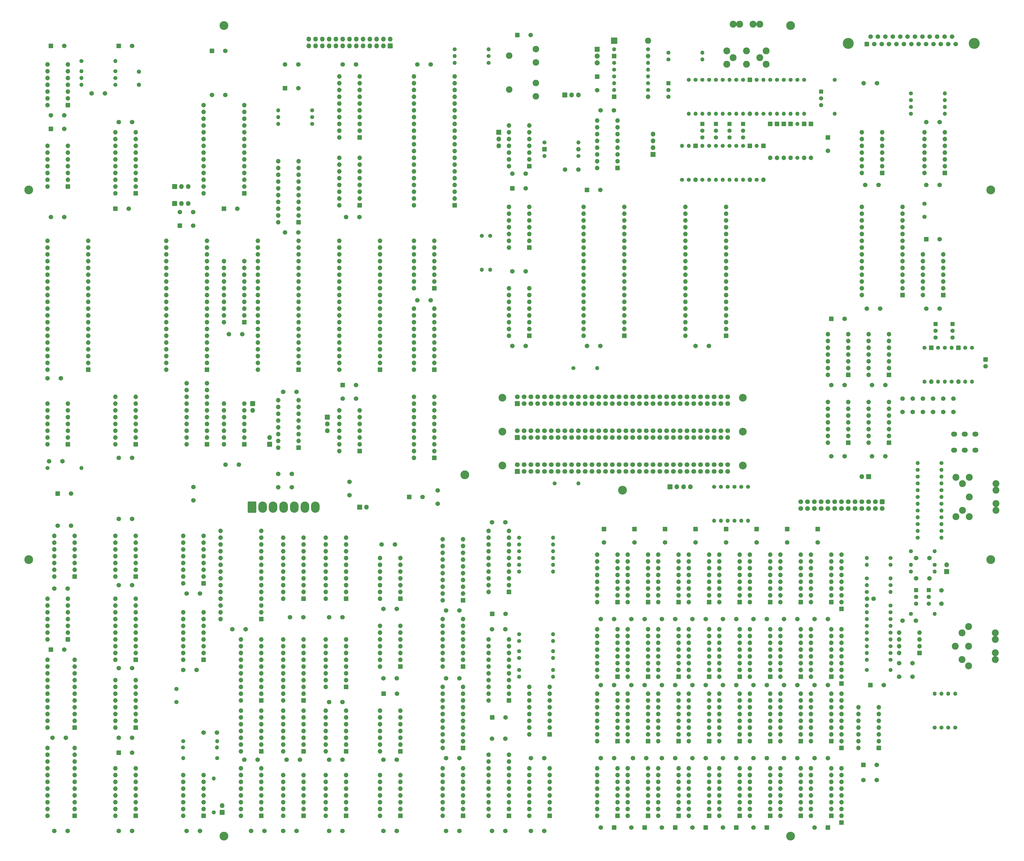
<source format=gbr>
G04 #@! TF.GenerationSoftware,KiCad,Pcbnew,(6.0.8)*
G04 #@! TF.CreationDate,2022-10-19T21:35:41+01:00*
G04 #@! TF.ProjectId,DgnBeta,44676e42-6574-4612-9e6b-696361645f70,rev?*
G04 #@! TF.SameCoordinates,Original*
G04 #@! TF.FileFunction,Soldermask,Top*
G04 #@! TF.FilePolarity,Negative*
%FSLAX46Y46*%
G04 Gerber Fmt 4.6, Leading zero omitted, Abs format (unit mm)*
G04 Created by KiCad (PCBNEW (6.0.8)) date 2022-10-19 21:35:41*
%MOMM*%
%LPD*%
G01*
G04 APERTURE LIST*
G04 Aperture macros list*
%AMRoundRect*
0 Rectangle with rounded corners*
0 $1 Rounding radius*
0 $2 $3 $4 $5 $6 $7 $8 $9 X,Y pos of 4 corners*
0 Add a 4 corners polygon primitive as box body*
4,1,4,$2,$3,$4,$5,$6,$7,$8,$9,$2,$3,0*
0 Add four circle primitives for the rounded corners*
1,1,$1+$1,$2,$3*
1,1,$1+$1,$4,$5*
1,1,$1+$1,$6,$7*
1,1,$1+$1,$8,$9*
0 Add four rect primitives between the rounded corners*
20,1,$1+$1,$2,$3,$4,$5,0*
20,1,$1+$1,$4,$5,$6,$7,0*
20,1,$1+$1,$6,$7,$8,$9,0*
20,1,$1+$1,$8,$9,$2,$3,0*%
G04 Aperture macros list end*
%ADD10RoundRect,0.051000X0.800000X0.800000X-0.800000X0.800000X-0.800000X-0.800000X0.800000X-0.800000X0*%
%ADD11O,1.702000X1.702000*%
%ADD12C,1.702000*%
%ADD13RoundRect,0.051000X-0.800000X-0.800000X0.800000X-0.800000X0.800000X0.800000X-0.800000X0.800000X0*%
%ADD14C,1.502000*%
%ADD15O,1.502000X1.502000*%
%ADD16RoundRect,0.051000X0.800000X-0.800000X0.800000X0.800000X-0.800000X0.800000X-0.800000X-0.800000X0*%
%ADD17C,1.602000*%
%ADD18RoundRect,0.051000X-0.800000X0.800000X-0.800000X-0.800000X0.800000X-0.800000X0.800000X0.800000X0*%
%ADD19C,2.902000*%
%ADD20RoundRect,0.051000X0.850000X-0.850000X0.850000X0.850000X-0.850000X0.850000X-0.850000X-0.850000X0*%
%ADD21C,1.802000*%
%ADD22RoundRect,0.051000X0.850000X0.850000X-0.850000X0.850000X-0.850000X-0.850000X0.850000X-0.850000X0*%
%ADD23O,1.802000X1.802000*%
%ADD24RoundRect,0.051000X-0.850000X0.850000X-0.850000X-0.850000X0.850000X-0.850000X0.850000X0.850000X0*%
%ADD25RoundRect,0.301000X-1.330000X-1.800000X1.330000X-1.800000X1.330000X1.800000X-1.330000X1.800000X0*%
%ADD26O,3.262000X4.202000*%
%ADD27RoundRect,0.051000X-0.750000X0.750000X-0.750000X-0.750000X0.750000X-0.750000X0.750000X0.750000X0*%
%ADD28C,4.102000*%
%ADD29C,2.602000*%
%ADD30RoundRect,0.051000X-1.100000X-1.100000X1.100000X-1.100000X1.100000X1.100000X-1.100000X1.100000X0*%
%ADD31O,2.302000X2.302000*%
%ADD32RoundRect,0.051000X-0.900000X0.900000X-0.900000X-0.900000X0.900000X-0.900000X0.900000X0.900000X0*%
%ADD33O,1.902000X1.902000*%
%ADD34C,3.302000*%
%ADD35C,2.442000*%
%ADD36RoundRect,0.051000X-0.850000X-0.850000X0.850000X-0.850000X0.850000X0.850000X-0.850000X0.850000X0*%
%ADD37RoundRect,0.301000X-0.600000X0.600000X-0.600000X-0.600000X0.600000X-0.600000X0.600000X0.600000X0*%
%ADD38O,2.302000X1.802000*%
G04 APERTURE END LIST*
D10*
X151130000Y-207010000D03*
D11*
X151130000Y-204470000D03*
X151130000Y-201930000D03*
X151130000Y-199390000D03*
X151130000Y-196850000D03*
X151130000Y-194310000D03*
X151130000Y-191770000D03*
X151130000Y-189230000D03*
X151130000Y-186690000D03*
X151130000Y-184150000D03*
X151130000Y-181610000D03*
X151130000Y-179070000D03*
X151130000Y-176530000D03*
X151130000Y-173990000D03*
X151130000Y-171450000D03*
X151130000Y-168910000D03*
X151130000Y-166370000D03*
X151130000Y-163830000D03*
X151130000Y-161290000D03*
X151130000Y-158750000D03*
X135890000Y-158750000D03*
X135890000Y-161290000D03*
X135890000Y-163830000D03*
X135890000Y-166370000D03*
X135890000Y-168910000D03*
X135890000Y-171450000D03*
X135890000Y-173990000D03*
X135890000Y-176530000D03*
X135890000Y-179070000D03*
X135890000Y-181610000D03*
X135890000Y-184150000D03*
X135890000Y-186690000D03*
X135890000Y-189230000D03*
X135890000Y-191770000D03*
X135890000Y-194310000D03*
X135890000Y-196850000D03*
X135890000Y-199390000D03*
X135890000Y-201930000D03*
X135890000Y-204470000D03*
X135890000Y-207010000D03*
D10*
X85090000Y-374015000D03*
D11*
X85090000Y-371475000D03*
X85090000Y-368935000D03*
X85090000Y-366395000D03*
X85090000Y-363855000D03*
X85090000Y-361315000D03*
X85090000Y-358775000D03*
X77470000Y-358775000D03*
X77470000Y-361315000D03*
X77470000Y-363855000D03*
X77470000Y-366395000D03*
X77470000Y-368935000D03*
X77470000Y-371475000D03*
X77470000Y-374015000D03*
D12*
X29210000Y-288925000D03*
X34210000Y-288925000D03*
D13*
X27940000Y-311785000D03*
D12*
X32940000Y-311785000D03*
D10*
X120650000Y-207010000D03*
D11*
X120650000Y-204470000D03*
X120650000Y-201930000D03*
X120650000Y-199390000D03*
X120650000Y-196850000D03*
X120650000Y-194310000D03*
X120650000Y-191770000D03*
X120650000Y-189230000D03*
X120650000Y-186690000D03*
X120650000Y-184150000D03*
X120650000Y-181610000D03*
X120650000Y-179070000D03*
X120650000Y-176530000D03*
X120650000Y-173990000D03*
X120650000Y-171450000D03*
X120650000Y-168910000D03*
X120650000Y-166370000D03*
X120650000Y-163830000D03*
X120650000Y-161290000D03*
X120650000Y-158750000D03*
X105410000Y-158750000D03*
X105410000Y-161290000D03*
X105410000Y-163830000D03*
X105410000Y-166370000D03*
X105410000Y-168910000D03*
X105410000Y-171450000D03*
X105410000Y-173990000D03*
X105410000Y-176530000D03*
X105410000Y-179070000D03*
X105410000Y-181610000D03*
X105410000Y-184150000D03*
X105410000Y-186690000D03*
X105410000Y-189230000D03*
X105410000Y-191770000D03*
X105410000Y-194310000D03*
X105410000Y-196850000D03*
X105410000Y-199390000D03*
X105410000Y-201930000D03*
X105410000Y-204470000D03*
X105410000Y-207010000D03*
D12*
X28575000Y-344805000D03*
X33575000Y-344805000D03*
D14*
X88900000Y-372745000D03*
D15*
X88900000Y-360045000D03*
D12*
X29210000Y-379730000D03*
X34210000Y-379730000D03*
X30480000Y-265430000D03*
X35480000Y-265430000D03*
D16*
X323850000Y-376555000D03*
D11*
X323850000Y-374015000D03*
X323850000Y-371475000D03*
X323850000Y-368935000D03*
X323850000Y-366395000D03*
X323850000Y-363855000D03*
X323850000Y-361315000D03*
X323850000Y-358775000D03*
X323850000Y-356235000D03*
D16*
X323850000Y-348615000D03*
D11*
X323850000Y-346075000D03*
X323850000Y-343535000D03*
X323850000Y-340995000D03*
X323850000Y-338455000D03*
X323850000Y-335915000D03*
X323850000Y-333375000D03*
X323850000Y-330835000D03*
X323850000Y-328295000D03*
D16*
X323850000Y-324485000D03*
D11*
X323850000Y-321945000D03*
X323850000Y-319405000D03*
X323850000Y-316865000D03*
X323850000Y-314325000D03*
X323850000Y-311785000D03*
X323850000Y-309245000D03*
X323850000Y-306705000D03*
X323850000Y-304165000D03*
D12*
X85090000Y-342900000D03*
X90090000Y-342900000D03*
D10*
X34290000Y-234950000D03*
D11*
X34290000Y-232410000D03*
X34290000Y-229870000D03*
X34290000Y-227330000D03*
X34290000Y-224790000D03*
X34290000Y-222250000D03*
X34290000Y-219710000D03*
X26670000Y-219710000D03*
X26670000Y-222250000D03*
X26670000Y-224790000D03*
X26670000Y-227330000D03*
X26670000Y-229870000D03*
X26670000Y-232410000D03*
X26670000Y-234950000D03*
D17*
X74930000Y-331470000D03*
X74930000Y-326570000D03*
D16*
X323850000Y-296545000D03*
D11*
X323850000Y-294005000D03*
X323850000Y-291465000D03*
X323850000Y-288925000D03*
X323850000Y-286385000D03*
X323850000Y-283845000D03*
X323850000Y-281305000D03*
X323850000Y-278765000D03*
X323850000Y-276225000D03*
D10*
X36830000Y-284480000D03*
D11*
X36830000Y-281940000D03*
X36830000Y-279400000D03*
X36830000Y-276860000D03*
X36830000Y-274320000D03*
X36830000Y-271780000D03*
X36830000Y-269240000D03*
X29210000Y-269240000D03*
X29210000Y-271780000D03*
X29210000Y-274320000D03*
X29210000Y-276860000D03*
X29210000Y-279400000D03*
X29210000Y-281940000D03*
X29210000Y-284480000D03*
D10*
X106680000Y-330835000D03*
D11*
X106680000Y-328295000D03*
X106680000Y-325755000D03*
X106680000Y-323215000D03*
X106680000Y-320675000D03*
X106680000Y-318135000D03*
X106680000Y-315595000D03*
X106680000Y-313055000D03*
X106680000Y-310515000D03*
X106680000Y-307975000D03*
X99060000Y-307975000D03*
X99060000Y-310515000D03*
X99060000Y-313055000D03*
X99060000Y-315595000D03*
X99060000Y-318135000D03*
X99060000Y-320675000D03*
X99060000Y-323215000D03*
X99060000Y-325755000D03*
X99060000Y-328295000D03*
X99060000Y-330835000D03*
D14*
X77470000Y-346075000D03*
D15*
X90170000Y-346075000D03*
D10*
X36830000Y-340995000D03*
D11*
X36830000Y-338455000D03*
X36830000Y-335915000D03*
X36830000Y-333375000D03*
X36830000Y-330835000D03*
X36830000Y-328295000D03*
X36830000Y-325755000D03*
X36830000Y-323215000D03*
X36830000Y-320675000D03*
X36830000Y-318135000D03*
X36830000Y-315595000D03*
X26670000Y-315595000D03*
X26670000Y-318135000D03*
X26670000Y-320675000D03*
X26670000Y-323215000D03*
X26670000Y-325755000D03*
X26670000Y-328295000D03*
X26670000Y-330835000D03*
X26670000Y-333375000D03*
X26670000Y-335915000D03*
X26670000Y-338455000D03*
X26670000Y-340995000D03*
D10*
X36830000Y-374015000D03*
D11*
X36830000Y-371475000D03*
X36830000Y-368935000D03*
X36830000Y-366395000D03*
X36830000Y-363855000D03*
X36830000Y-361315000D03*
X36830000Y-358775000D03*
X36830000Y-356235000D03*
X36830000Y-353695000D03*
X36830000Y-351155000D03*
X36830000Y-348615000D03*
X26670000Y-348615000D03*
X26670000Y-351155000D03*
X26670000Y-353695000D03*
X26670000Y-356235000D03*
X26670000Y-358775000D03*
X26670000Y-361315000D03*
X26670000Y-363855000D03*
X26670000Y-366395000D03*
X26670000Y-368935000D03*
X26670000Y-371475000D03*
X26670000Y-374015000D03*
D14*
X77410001Y-348420001D03*
D15*
X90110001Y-348420001D03*
D14*
X90170000Y-352425000D03*
D15*
X77470000Y-352425000D03*
D10*
X199390000Y-290195000D03*
D11*
X199390000Y-287655000D03*
X199390000Y-285115000D03*
X199390000Y-282575000D03*
X199390000Y-280035000D03*
X199390000Y-277495000D03*
X199390000Y-274955000D03*
X199390000Y-272415000D03*
X199390000Y-269875000D03*
X199390000Y-267335000D03*
X191770000Y-267335000D03*
X191770000Y-269875000D03*
X191770000Y-272415000D03*
X191770000Y-274955000D03*
X191770000Y-277495000D03*
X191770000Y-280035000D03*
X191770000Y-282575000D03*
X191770000Y-285115000D03*
X191770000Y-287655000D03*
X191770000Y-290195000D03*
D10*
X199390000Y-374015000D03*
D11*
X199390000Y-371475000D03*
X199390000Y-368935000D03*
X199390000Y-366395000D03*
X199390000Y-363855000D03*
X199390000Y-361315000D03*
X199390000Y-358775000D03*
X199390000Y-356235000D03*
X199390000Y-353695000D03*
X199390000Y-351155000D03*
X191770000Y-351155000D03*
X191770000Y-353695000D03*
X191770000Y-356235000D03*
X191770000Y-358775000D03*
X191770000Y-361315000D03*
X191770000Y-363855000D03*
X191770000Y-366395000D03*
X191770000Y-368935000D03*
X191770000Y-371475000D03*
X191770000Y-374015000D03*
D10*
X214630000Y-343535000D03*
D11*
X214630000Y-340995000D03*
X214630000Y-338455000D03*
X214630000Y-335915000D03*
X214630000Y-333375000D03*
X214630000Y-330835000D03*
X214630000Y-328295000D03*
X214630000Y-325755000D03*
X207010000Y-325755000D03*
X207010000Y-328295000D03*
X207010000Y-330835000D03*
X207010000Y-333375000D03*
X207010000Y-335915000D03*
X207010000Y-338455000D03*
X207010000Y-340995000D03*
X207010000Y-343535000D03*
D14*
X39370000Y-91440000D03*
D15*
X52070000Y-91440000D03*
D10*
X182245000Y-318135000D03*
D11*
X182245000Y-315595000D03*
X182245000Y-313055000D03*
X182245000Y-310515000D03*
X182245000Y-307975000D03*
X182245000Y-305435000D03*
X182245000Y-302895000D03*
X182245000Y-300355000D03*
X174625000Y-300355000D03*
X174625000Y-302895000D03*
X174625000Y-305435000D03*
X174625000Y-307975000D03*
X174625000Y-310515000D03*
X174625000Y-313055000D03*
X174625000Y-315595000D03*
X174625000Y-318135000D03*
D10*
X158750000Y-349885000D03*
D11*
X158750000Y-347345000D03*
X158750000Y-344805000D03*
X158750000Y-342265000D03*
X158750000Y-339725000D03*
X158750000Y-337185000D03*
X158750000Y-334645000D03*
X151130000Y-334645000D03*
X151130000Y-337185000D03*
X151130000Y-339725000D03*
X151130000Y-342265000D03*
X151130000Y-344805000D03*
X151130000Y-347345000D03*
X151130000Y-349885000D03*
D10*
X41910000Y-207010000D03*
D11*
X41910000Y-204470000D03*
X41910000Y-201930000D03*
X41910000Y-199390000D03*
X41910000Y-196850000D03*
X41910000Y-194310000D03*
X41910000Y-191770000D03*
X41910000Y-189230000D03*
X41910000Y-186690000D03*
X41910000Y-184150000D03*
X41910000Y-181610000D03*
X41910000Y-179070000D03*
X41910000Y-176530000D03*
X41910000Y-173990000D03*
X41910000Y-171450000D03*
X41910000Y-168910000D03*
X41910000Y-166370000D03*
X41910000Y-163830000D03*
X41910000Y-161290000D03*
X41910000Y-158750000D03*
X26670000Y-158750000D03*
X26670000Y-161290000D03*
X26670000Y-163830000D03*
X26670000Y-166370000D03*
X26670000Y-168910000D03*
X26670000Y-171450000D03*
X26670000Y-173990000D03*
X26670000Y-176530000D03*
X26670000Y-179070000D03*
X26670000Y-181610000D03*
X26670000Y-184150000D03*
X26670000Y-186690000D03*
X26670000Y-189230000D03*
X26670000Y-191770000D03*
X26670000Y-194310000D03*
X26670000Y-196850000D03*
X26670000Y-199390000D03*
X26670000Y-201930000D03*
X26670000Y-204470000D03*
X26670000Y-207010000D03*
D10*
X158750000Y-374015000D03*
D11*
X158750000Y-371475000D03*
X158750000Y-368935000D03*
X158750000Y-366395000D03*
X158750000Y-363855000D03*
X158750000Y-361315000D03*
X158750000Y-358775000D03*
X151130000Y-358775000D03*
X151130000Y-361315000D03*
X151130000Y-363855000D03*
X151130000Y-366395000D03*
X151130000Y-368935000D03*
X151130000Y-371475000D03*
X151130000Y-374015000D03*
D10*
X158750000Y-292735000D03*
D11*
X158750000Y-290195000D03*
X158750000Y-287655000D03*
X158750000Y-285115000D03*
X158750000Y-282575000D03*
X158750000Y-280035000D03*
X158750000Y-277495000D03*
X151130000Y-277495000D03*
X151130000Y-280035000D03*
X151130000Y-282575000D03*
X151130000Y-285115000D03*
X151130000Y-287655000D03*
X151130000Y-290195000D03*
X151130000Y-292735000D03*
D10*
X158750000Y-318135000D03*
D11*
X158750000Y-315595000D03*
X158750000Y-313055000D03*
X158750000Y-310515000D03*
X158750000Y-307975000D03*
X158750000Y-305435000D03*
X158750000Y-302895000D03*
X151130000Y-302895000D03*
X151130000Y-305435000D03*
X151130000Y-307975000D03*
X151130000Y-310515000D03*
X151130000Y-313055000D03*
X151130000Y-315595000D03*
X151130000Y-318135000D03*
D10*
X182245000Y-293370000D03*
D11*
X182245000Y-290830000D03*
X182245000Y-288290000D03*
X182245000Y-285750000D03*
X182245000Y-283210000D03*
X182245000Y-280670000D03*
X182245000Y-278130000D03*
X182245000Y-275590000D03*
X182245000Y-273050000D03*
X182245000Y-270510000D03*
X174625000Y-270510000D03*
X174625000Y-273050000D03*
X174625000Y-275590000D03*
X174625000Y-278130000D03*
X174625000Y-280670000D03*
X174625000Y-283210000D03*
X174625000Y-285750000D03*
X174625000Y-288290000D03*
X174625000Y-290830000D03*
X174625000Y-293370000D03*
D14*
X203200000Y-321945000D03*
D15*
X215900000Y-321945000D03*
D10*
X86360000Y-207010000D03*
D11*
X86360000Y-204470000D03*
X86360000Y-201930000D03*
X86360000Y-199390000D03*
X86360000Y-196850000D03*
X86360000Y-194310000D03*
X86360000Y-191770000D03*
X86360000Y-189230000D03*
X86360000Y-186690000D03*
X86360000Y-184150000D03*
X86360000Y-181610000D03*
X86360000Y-179070000D03*
X86360000Y-176530000D03*
X86360000Y-173990000D03*
X86360000Y-171450000D03*
X86360000Y-168910000D03*
X86360000Y-166370000D03*
X86360000Y-163830000D03*
X86360000Y-161290000D03*
X86360000Y-158750000D03*
X71120000Y-158750000D03*
X71120000Y-161290000D03*
X71120000Y-163830000D03*
X71120000Y-166370000D03*
X71120000Y-168910000D03*
X71120000Y-171450000D03*
X71120000Y-173990000D03*
X71120000Y-176530000D03*
X71120000Y-179070000D03*
X71120000Y-181610000D03*
X71120000Y-184150000D03*
X71120000Y-186690000D03*
X71120000Y-189230000D03*
X71120000Y-191770000D03*
X71120000Y-194310000D03*
X71120000Y-196850000D03*
X71120000Y-199390000D03*
X71120000Y-201930000D03*
X71120000Y-204470000D03*
X71120000Y-207010000D03*
D14*
X203200000Y-314960000D03*
D15*
X215900000Y-314960000D03*
D10*
X59690000Y-234950000D03*
D11*
X59690000Y-232410000D03*
X59690000Y-229870000D03*
X59690000Y-227330000D03*
X59690000Y-224790000D03*
X59690000Y-222250000D03*
X59690000Y-219710000D03*
X59690000Y-217170000D03*
X52070000Y-217170000D03*
X52070000Y-219710000D03*
X52070000Y-222250000D03*
X52070000Y-224790000D03*
X52070000Y-227330000D03*
X52070000Y-229870000D03*
X52070000Y-232410000D03*
X52070000Y-234950000D03*
D10*
X100330000Y-189230000D03*
D11*
X100330000Y-186690000D03*
X100330000Y-184150000D03*
X100330000Y-181610000D03*
X100330000Y-179070000D03*
X100330000Y-176530000D03*
X100330000Y-173990000D03*
X100330000Y-171450000D03*
X100330000Y-168910000D03*
X100330000Y-166370000D03*
X92710000Y-166370000D03*
X92710000Y-168910000D03*
X92710000Y-171450000D03*
X92710000Y-173990000D03*
X92710000Y-176530000D03*
X92710000Y-179070000D03*
X92710000Y-181610000D03*
X92710000Y-184150000D03*
X92710000Y-186690000D03*
X92710000Y-189230000D03*
D10*
X59690000Y-374015000D03*
D11*
X59690000Y-371475000D03*
X59690000Y-368935000D03*
X59690000Y-366395000D03*
X59690000Y-363855000D03*
X59690000Y-361315000D03*
X59690000Y-358775000D03*
X59690000Y-356235000D03*
X52070000Y-356235000D03*
X52070000Y-358775000D03*
X52070000Y-361315000D03*
X52070000Y-363855000D03*
X52070000Y-366395000D03*
X52070000Y-368935000D03*
X52070000Y-371475000D03*
X52070000Y-374015000D03*
D10*
X59690000Y-315595000D03*
D11*
X59690000Y-313055000D03*
X59690000Y-310515000D03*
X59690000Y-307975000D03*
X59690000Y-305435000D03*
X59690000Y-302895000D03*
X59690000Y-300355000D03*
X59690000Y-297815000D03*
X59690000Y-295275000D03*
X59690000Y-292735000D03*
X52070000Y-292735000D03*
X52070000Y-295275000D03*
X52070000Y-297815000D03*
X52070000Y-300355000D03*
X52070000Y-302895000D03*
X52070000Y-305435000D03*
X52070000Y-307975000D03*
X52070000Y-310515000D03*
X52070000Y-313055000D03*
X52070000Y-315595000D03*
D10*
X59690000Y-140970000D03*
D11*
X59690000Y-138430000D03*
X59690000Y-135890000D03*
X59690000Y-133350000D03*
X59690000Y-130810000D03*
X59690000Y-128270000D03*
X59690000Y-125730000D03*
X59690000Y-123190000D03*
X59690000Y-120650000D03*
X59690000Y-118110000D03*
X52070000Y-118110000D03*
X52070000Y-120650000D03*
X52070000Y-123190000D03*
X52070000Y-125730000D03*
X52070000Y-128270000D03*
X52070000Y-130810000D03*
X52070000Y-133350000D03*
X52070000Y-135890000D03*
X52070000Y-138430000D03*
X52070000Y-140970000D03*
D14*
X203200000Y-319405000D03*
D15*
X215900000Y-319405000D03*
D10*
X214630000Y-374015000D03*
D11*
X214630000Y-371475000D03*
X214630000Y-368935000D03*
X214630000Y-366395000D03*
X214630000Y-363855000D03*
X214630000Y-361315000D03*
X214630000Y-358775000D03*
X214630000Y-356235000D03*
X207010000Y-356235000D03*
X207010000Y-358775000D03*
X207010000Y-361315000D03*
X207010000Y-363855000D03*
X207010000Y-366395000D03*
X207010000Y-368935000D03*
X207010000Y-371475000D03*
X207010000Y-374015000D03*
D10*
X308610000Y-374015000D03*
D11*
X308610000Y-371475000D03*
X308610000Y-368935000D03*
X308610000Y-366395000D03*
X308610000Y-363855000D03*
X308610000Y-361315000D03*
X308610000Y-358775000D03*
X308610000Y-356235000D03*
X300990000Y-356235000D03*
X300990000Y-358775000D03*
X300990000Y-361315000D03*
X300990000Y-363855000D03*
X300990000Y-366395000D03*
X300990000Y-368935000D03*
X300990000Y-371475000D03*
X300990000Y-374015000D03*
D10*
X297180000Y-374015000D03*
D11*
X297180000Y-371475000D03*
X297180000Y-368935000D03*
X297180000Y-366395000D03*
X297180000Y-363855000D03*
X297180000Y-361315000D03*
X297180000Y-358775000D03*
X297180000Y-356235000D03*
X289560000Y-356235000D03*
X289560000Y-358775000D03*
X289560000Y-361315000D03*
X289560000Y-363855000D03*
X289560000Y-366395000D03*
X289560000Y-368935000D03*
X289560000Y-371475000D03*
X289560000Y-374015000D03*
D14*
X203200000Y-312420000D03*
D15*
X215900000Y-312420000D03*
D14*
X203200000Y-306070000D03*
D15*
X215900000Y-306070000D03*
D14*
X203210000Y-280035000D03*
D15*
X215910000Y-280035000D03*
D14*
X203210000Y-274955000D03*
D15*
X215910000Y-274955000D03*
D14*
X203210000Y-272415000D03*
D15*
X215910000Y-272415000D03*
D14*
X203200000Y-269875000D03*
D15*
X215900000Y-269875000D03*
D14*
X203210000Y-282575000D03*
D15*
X215910000Y-282575000D03*
D10*
X308610000Y-321945000D03*
D11*
X308610000Y-319405000D03*
X308610000Y-316865000D03*
X308610000Y-314325000D03*
X308610000Y-311785000D03*
X308610000Y-309245000D03*
X308610000Y-306705000D03*
X308610000Y-304165000D03*
X300990000Y-304165000D03*
X300990000Y-306705000D03*
X300990000Y-309245000D03*
X300990000Y-311785000D03*
X300990000Y-314325000D03*
X300990000Y-316865000D03*
X300990000Y-319405000D03*
X300990000Y-321945000D03*
D14*
X203200000Y-308610000D03*
D15*
X215900000Y-308610000D03*
D14*
X203210000Y-277495000D03*
D15*
X215910000Y-277495000D03*
D10*
X320040000Y-374015000D03*
D11*
X320040000Y-371475000D03*
X320040000Y-368935000D03*
X320040000Y-366395000D03*
X320040000Y-363855000D03*
X320040000Y-361315000D03*
X320040000Y-358775000D03*
X320040000Y-356235000D03*
X312420000Y-356235000D03*
X312420000Y-358775000D03*
X312420000Y-361315000D03*
X312420000Y-363855000D03*
X312420000Y-366395000D03*
X312420000Y-368935000D03*
X312420000Y-371475000D03*
X312420000Y-374015000D03*
D10*
X308610000Y-294005000D03*
D11*
X308610000Y-291465000D03*
X308610000Y-288925000D03*
X308610000Y-286385000D03*
X308610000Y-283845000D03*
X308610000Y-281305000D03*
X308610000Y-278765000D03*
X308610000Y-276225000D03*
X300990000Y-276225000D03*
X300990000Y-278765000D03*
X300990000Y-281305000D03*
X300990000Y-283845000D03*
X300990000Y-286385000D03*
X300990000Y-288925000D03*
X300990000Y-291465000D03*
X300990000Y-294005000D03*
D10*
X320040000Y-346075000D03*
D11*
X320040000Y-343535000D03*
X320040000Y-340995000D03*
X320040000Y-338455000D03*
X320040000Y-335915000D03*
X320040000Y-333375000D03*
X320040000Y-330835000D03*
X320040000Y-328295000D03*
X312420000Y-328295000D03*
X312420000Y-330835000D03*
X312420000Y-333375000D03*
X312420000Y-335915000D03*
X312420000Y-338455000D03*
X312420000Y-340995000D03*
X312420000Y-343535000D03*
X312420000Y-346075000D03*
D10*
X308610000Y-346075000D03*
D11*
X308610000Y-343535000D03*
X308610000Y-340995000D03*
X308610000Y-338455000D03*
X308610000Y-335915000D03*
X308610000Y-333375000D03*
X308610000Y-330835000D03*
X308610000Y-328295000D03*
X300990000Y-328295000D03*
X300990000Y-330835000D03*
X300990000Y-333375000D03*
X300990000Y-335915000D03*
X300990000Y-338455000D03*
X300990000Y-340995000D03*
X300990000Y-343535000D03*
X300990000Y-346075000D03*
D10*
X320040000Y-321945000D03*
D11*
X320040000Y-319405000D03*
X320040000Y-316865000D03*
X320040000Y-314325000D03*
X320040000Y-311785000D03*
X320040000Y-309245000D03*
X320040000Y-306705000D03*
X320040000Y-304165000D03*
X312420000Y-304165000D03*
X312420000Y-306705000D03*
X312420000Y-309245000D03*
X312420000Y-311785000D03*
X312420000Y-314325000D03*
X312420000Y-316865000D03*
X312420000Y-319405000D03*
X312420000Y-321945000D03*
D10*
X320040000Y-294005000D03*
D11*
X320040000Y-291465000D03*
X320040000Y-288925000D03*
X320040000Y-286385000D03*
X320040000Y-283845000D03*
X320040000Y-281305000D03*
X320040000Y-278765000D03*
X320040000Y-276225000D03*
X312420000Y-276225000D03*
X312420000Y-278765000D03*
X312420000Y-281305000D03*
X312420000Y-283845000D03*
X312420000Y-286385000D03*
X312420000Y-288925000D03*
X312420000Y-291465000D03*
X312420000Y-294005000D03*
D10*
X251460000Y-346075000D03*
D11*
X251460000Y-343535000D03*
X251460000Y-340995000D03*
X251460000Y-338455000D03*
X251460000Y-335915000D03*
X251460000Y-333375000D03*
X251460000Y-330835000D03*
X251460000Y-328295000D03*
X243840000Y-328295000D03*
X243840000Y-330835000D03*
X243840000Y-333375000D03*
X243840000Y-335915000D03*
X243840000Y-338455000D03*
X243840000Y-340995000D03*
X243840000Y-343535000D03*
X243840000Y-346075000D03*
D10*
X251460000Y-374015000D03*
D11*
X251460000Y-371475000D03*
X251460000Y-368935000D03*
X251460000Y-366395000D03*
X251460000Y-363855000D03*
X251460000Y-361315000D03*
X251460000Y-358775000D03*
X251460000Y-356235000D03*
X243840000Y-356235000D03*
X243840000Y-358775000D03*
X243840000Y-361315000D03*
X243840000Y-363855000D03*
X243840000Y-366395000D03*
X243840000Y-368935000D03*
X243840000Y-371475000D03*
X243840000Y-374015000D03*
D10*
X297180000Y-346075000D03*
D11*
X297180000Y-343535000D03*
X297180000Y-340995000D03*
X297180000Y-338455000D03*
X297180000Y-335915000D03*
X297180000Y-333375000D03*
X297180000Y-330835000D03*
X297180000Y-328295000D03*
X289560000Y-328295000D03*
X289560000Y-330835000D03*
X289560000Y-333375000D03*
X289560000Y-335915000D03*
X289560000Y-338455000D03*
X289560000Y-340995000D03*
X289560000Y-343535000D03*
X289560000Y-346075000D03*
D10*
X297180000Y-321945000D03*
D11*
X297180000Y-319405000D03*
X297180000Y-316865000D03*
X297180000Y-314325000D03*
X297180000Y-311785000D03*
X297180000Y-309245000D03*
X297180000Y-306705000D03*
X297180000Y-304165000D03*
X289560000Y-304165000D03*
X289560000Y-306705000D03*
X289560000Y-309245000D03*
X289560000Y-311785000D03*
X289560000Y-314325000D03*
X289560000Y-316865000D03*
X289560000Y-319405000D03*
X289560000Y-321945000D03*
D10*
X297180000Y-294005000D03*
D11*
X297180000Y-291465000D03*
X297180000Y-288925000D03*
X297180000Y-286385000D03*
X297180000Y-283845000D03*
X297180000Y-281305000D03*
X297180000Y-278765000D03*
X297180000Y-276225000D03*
X289560000Y-276225000D03*
X289560000Y-278765000D03*
X289560000Y-281305000D03*
X289560000Y-283845000D03*
X289560000Y-286385000D03*
X289560000Y-288925000D03*
X289560000Y-291465000D03*
X289560000Y-294005000D03*
D10*
X285750000Y-374015000D03*
D11*
X285750000Y-371475000D03*
X285750000Y-368935000D03*
X285750000Y-366395000D03*
X285750000Y-363855000D03*
X285750000Y-361315000D03*
X285750000Y-358775000D03*
X285750000Y-356235000D03*
X278130000Y-356235000D03*
X278130000Y-358775000D03*
X278130000Y-361315000D03*
X278130000Y-363855000D03*
X278130000Y-366395000D03*
X278130000Y-368935000D03*
X278130000Y-371475000D03*
X278130000Y-374015000D03*
D10*
X285750000Y-294005000D03*
D11*
X285750000Y-291465000D03*
X285750000Y-288925000D03*
X285750000Y-286385000D03*
X285750000Y-283845000D03*
X285750000Y-281305000D03*
X285750000Y-278765000D03*
X285750000Y-276225000D03*
X278130000Y-276225000D03*
X278130000Y-278765000D03*
X278130000Y-281305000D03*
X278130000Y-283845000D03*
X278130000Y-286385000D03*
X278130000Y-288925000D03*
X278130000Y-291465000D03*
X278130000Y-294005000D03*
D10*
X274320000Y-374015000D03*
D11*
X274320000Y-371475000D03*
X274320000Y-368935000D03*
X274320000Y-366395000D03*
X274320000Y-363855000D03*
X274320000Y-361315000D03*
X274320000Y-358775000D03*
X274320000Y-356235000D03*
X266700000Y-356235000D03*
X266700000Y-358775000D03*
X266700000Y-361315000D03*
X266700000Y-363855000D03*
X266700000Y-366395000D03*
X266700000Y-368935000D03*
X266700000Y-371475000D03*
X266700000Y-374015000D03*
D10*
X262890000Y-346075000D03*
D11*
X262890000Y-343535000D03*
X262890000Y-340995000D03*
X262890000Y-338455000D03*
X262890000Y-335915000D03*
X262890000Y-333375000D03*
X262890000Y-330835000D03*
X262890000Y-328295000D03*
X255270000Y-328295000D03*
X255270000Y-330835000D03*
X255270000Y-333375000D03*
X255270000Y-335915000D03*
X255270000Y-338455000D03*
X255270000Y-340995000D03*
X255270000Y-343535000D03*
X255270000Y-346075000D03*
D10*
X274320000Y-294005000D03*
D11*
X274320000Y-291465000D03*
X274320000Y-288925000D03*
X274320000Y-286385000D03*
X274320000Y-283845000D03*
X274320000Y-281305000D03*
X274320000Y-278765000D03*
X274320000Y-276225000D03*
X266700000Y-276225000D03*
X266700000Y-278765000D03*
X266700000Y-281305000D03*
X266700000Y-283845000D03*
X266700000Y-286385000D03*
X266700000Y-288925000D03*
X266700000Y-291465000D03*
X266700000Y-294005000D03*
D10*
X262890000Y-294005000D03*
D11*
X262890000Y-291465000D03*
X262890000Y-288925000D03*
X262890000Y-286385000D03*
X262890000Y-283845000D03*
X262890000Y-281305000D03*
X262890000Y-278765000D03*
X262890000Y-276225000D03*
X255270000Y-276225000D03*
X255270000Y-278765000D03*
X255270000Y-281305000D03*
X255270000Y-283845000D03*
X255270000Y-286385000D03*
X255270000Y-288925000D03*
X255270000Y-291465000D03*
X255270000Y-294005000D03*
D10*
X262890000Y-374015000D03*
D11*
X262890000Y-371475000D03*
X262890000Y-368935000D03*
X262890000Y-366395000D03*
X262890000Y-363855000D03*
X262890000Y-361315000D03*
X262890000Y-358775000D03*
X262890000Y-356235000D03*
X255270000Y-356235000D03*
X255270000Y-358775000D03*
X255270000Y-361315000D03*
X255270000Y-363855000D03*
X255270000Y-366395000D03*
X255270000Y-368935000D03*
X255270000Y-371475000D03*
X255270000Y-374015000D03*
D10*
X251460000Y-321945000D03*
D11*
X251460000Y-319405000D03*
X251460000Y-316865000D03*
X251460000Y-314325000D03*
X251460000Y-311785000D03*
X251460000Y-309245000D03*
X251460000Y-306705000D03*
X251460000Y-304165000D03*
X243840000Y-304165000D03*
X243840000Y-306705000D03*
X243840000Y-309245000D03*
X243840000Y-311785000D03*
X243840000Y-314325000D03*
X243840000Y-316865000D03*
X243840000Y-319405000D03*
X243840000Y-321945000D03*
D10*
X285750000Y-346075000D03*
D11*
X285750000Y-343535000D03*
X285750000Y-340995000D03*
X285750000Y-338455000D03*
X285750000Y-335915000D03*
X285750000Y-333375000D03*
X285750000Y-330835000D03*
X285750000Y-328295000D03*
X278130000Y-328295000D03*
X278130000Y-330835000D03*
X278130000Y-333375000D03*
X278130000Y-335915000D03*
X278130000Y-338455000D03*
X278130000Y-340995000D03*
X278130000Y-343535000D03*
X278130000Y-346075000D03*
D10*
X274320000Y-321945000D03*
D11*
X274320000Y-319405000D03*
X274320000Y-316865000D03*
X274320000Y-314325000D03*
X274320000Y-311785000D03*
X274320000Y-309245000D03*
X274320000Y-306705000D03*
X274320000Y-304165000D03*
X266700000Y-304165000D03*
X266700000Y-306705000D03*
X266700000Y-309245000D03*
X266700000Y-311785000D03*
X266700000Y-314325000D03*
X266700000Y-316865000D03*
X266700000Y-319405000D03*
X266700000Y-321945000D03*
D10*
X285750000Y-321945000D03*
D11*
X285750000Y-319405000D03*
X285750000Y-316865000D03*
X285750000Y-314325000D03*
X285750000Y-311785000D03*
X285750000Y-309245000D03*
X285750000Y-306705000D03*
X285750000Y-304165000D03*
X278130000Y-304165000D03*
X278130000Y-306705000D03*
X278130000Y-309245000D03*
X278130000Y-311785000D03*
X278130000Y-314325000D03*
X278130000Y-316865000D03*
X278130000Y-319405000D03*
X278130000Y-321945000D03*
D10*
X274320000Y-346075000D03*
D11*
X274320000Y-343535000D03*
X274320000Y-340995000D03*
X274320000Y-338455000D03*
X274320000Y-335915000D03*
X274320000Y-333375000D03*
X274320000Y-330835000D03*
X274320000Y-328295000D03*
X266700000Y-328295000D03*
X266700000Y-330835000D03*
X266700000Y-333375000D03*
X266700000Y-335915000D03*
X266700000Y-338455000D03*
X266700000Y-340995000D03*
X266700000Y-343535000D03*
X266700000Y-346075000D03*
D10*
X262890000Y-321945000D03*
D11*
X262890000Y-319405000D03*
X262890000Y-316865000D03*
X262890000Y-314325000D03*
X262890000Y-311785000D03*
X262890000Y-309245000D03*
X262890000Y-306705000D03*
X262890000Y-304165000D03*
X255270000Y-304165000D03*
X255270000Y-306705000D03*
X255270000Y-309245000D03*
X255270000Y-311785000D03*
X255270000Y-314325000D03*
X255270000Y-316865000D03*
X255270000Y-319405000D03*
X255270000Y-321945000D03*
D10*
X240030000Y-374015000D03*
D11*
X240030000Y-371475000D03*
X240030000Y-368935000D03*
X240030000Y-366395000D03*
X240030000Y-363855000D03*
X240030000Y-361315000D03*
X240030000Y-358775000D03*
X240030000Y-356235000D03*
X232410000Y-356235000D03*
X232410000Y-358775000D03*
X232410000Y-361315000D03*
X232410000Y-363855000D03*
X232410000Y-366395000D03*
X232410000Y-368935000D03*
X232410000Y-371475000D03*
X232410000Y-374015000D03*
D10*
X240030000Y-346075000D03*
D11*
X240030000Y-343535000D03*
X240030000Y-340995000D03*
X240030000Y-338455000D03*
X240030000Y-335915000D03*
X240030000Y-333375000D03*
X240030000Y-330835000D03*
X240030000Y-328295000D03*
X232410000Y-328295000D03*
X232410000Y-330835000D03*
X232410000Y-333375000D03*
X232410000Y-335915000D03*
X232410000Y-338455000D03*
X232410000Y-340995000D03*
X232410000Y-343535000D03*
X232410000Y-346075000D03*
D10*
X240030000Y-321945000D03*
D11*
X240030000Y-319405000D03*
X240030000Y-316865000D03*
X240030000Y-314325000D03*
X240030000Y-311785000D03*
X240030000Y-309245000D03*
X240030000Y-306705000D03*
X240030000Y-304165000D03*
X232410000Y-304165000D03*
X232410000Y-306705000D03*
X232410000Y-309245000D03*
X232410000Y-311785000D03*
X232410000Y-314325000D03*
X232410000Y-316865000D03*
X232410000Y-319405000D03*
X232410000Y-321945000D03*
D18*
X303530000Y-266700000D03*
D12*
X303530000Y-271700000D03*
D18*
X314960000Y-266700000D03*
D12*
X314960000Y-271700000D03*
D10*
X240030000Y-294005000D03*
D11*
X240030000Y-291465000D03*
X240030000Y-288925000D03*
X240030000Y-286385000D03*
X240030000Y-283845000D03*
X240030000Y-281305000D03*
X240030000Y-278765000D03*
X240030000Y-276225000D03*
X232410000Y-276225000D03*
X232410000Y-278765000D03*
X232410000Y-281305000D03*
X232410000Y-283845000D03*
X232410000Y-286385000D03*
X232410000Y-288925000D03*
X232410000Y-291465000D03*
X232410000Y-294005000D03*
D10*
X251460000Y-294005000D03*
D11*
X251460000Y-291465000D03*
X251460000Y-288925000D03*
X251460000Y-286385000D03*
X251460000Y-283845000D03*
X251460000Y-281305000D03*
X251460000Y-278765000D03*
X251460000Y-276225000D03*
X243840000Y-276225000D03*
X243840000Y-278765000D03*
X243840000Y-281305000D03*
X243840000Y-283845000D03*
X243840000Y-286385000D03*
X243840000Y-288925000D03*
X243840000Y-291465000D03*
X243840000Y-294005000D03*
D18*
X269240000Y-266700000D03*
D12*
X269240000Y-271700000D03*
D18*
X292100000Y-266700000D03*
D12*
X292100000Y-271700000D03*
D18*
X280670000Y-266700000D03*
D12*
X280670000Y-271700000D03*
D18*
X257810000Y-266700000D03*
D12*
X257810000Y-271700000D03*
D18*
X234950000Y-266700000D03*
D12*
X234950000Y-271700000D03*
D19*
X196935000Y-217470000D03*
X286935000Y-217470000D03*
D20*
X202565000Y-219710000D03*
D21*
X205105000Y-219710000D03*
X207645000Y-219710000D03*
X210185000Y-219710000D03*
X212725000Y-219710000D03*
X215265000Y-219710000D03*
X217805000Y-219710000D03*
X220345000Y-219710000D03*
X222885000Y-219710000D03*
X225425000Y-219710000D03*
X227965000Y-219710000D03*
X230505000Y-219710000D03*
X233045000Y-219710000D03*
X235585000Y-219710000D03*
X238125000Y-219710000D03*
X240665000Y-219710000D03*
X243205000Y-219710000D03*
X245745000Y-219710000D03*
X248285000Y-219710000D03*
X250825000Y-219710000D03*
X253365000Y-219710000D03*
X255905000Y-219710000D03*
X258445000Y-219710000D03*
X260985000Y-219710000D03*
X263525000Y-219710000D03*
X266065000Y-219710000D03*
X268605000Y-219710000D03*
X271145000Y-219710000D03*
X273685000Y-219710000D03*
X276225000Y-219710000D03*
X278765000Y-219710000D03*
X281305000Y-219710000D03*
X202565000Y-217170000D03*
X205105000Y-217170000D03*
X207645000Y-217170000D03*
X210185000Y-217170000D03*
X212725000Y-217170000D03*
X215265000Y-217170000D03*
X217805000Y-217170000D03*
X220345000Y-217170000D03*
X222885000Y-217170000D03*
X225425000Y-217170000D03*
X227965000Y-217170000D03*
X230505000Y-217170000D03*
X233045000Y-217170000D03*
X235585000Y-217170000D03*
X238125000Y-217170000D03*
X240665000Y-217170000D03*
X243205000Y-217170000D03*
X245745000Y-217170000D03*
X248285000Y-217170000D03*
X250825000Y-217170000D03*
X253365000Y-217170000D03*
X255905000Y-217170000D03*
X258445000Y-217170000D03*
X260985000Y-217170000D03*
X263525000Y-217170000D03*
X266065000Y-217170000D03*
X268605000Y-217170000D03*
X271145000Y-217170000D03*
X273685000Y-217170000D03*
X276225000Y-217170000D03*
X278765000Y-217170000D03*
X281305000Y-217170000D03*
D18*
X246380000Y-266700000D03*
D12*
X246380000Y-271700000D03*
D19*
X196935000Y-230170000D03*
X286935000Y-230170000D03*
D20*
X202565000Y-232410000D03*
D21*
X205105000Y-232410000D03*
X207645000Y-232410000D03*
X210185000Y-232410000D03*
X212725000Y-232410000D03*
X215265000Y-232410000D03*
X217805000Y-232410000D03*
X220345000Y-232410000D03*
X222885000Y-232410000D03*
X225425000Y-232410000D03*
X227965000Y-232410000D03*
X230505000Y-232410000D03*
X233045000Y-232410000D03*
X235585000Y-232410000D03*
X238125000Y-232410000D03*
X240665000Y-232410000D03*
X243205000Y-232410000D03*
X245745000Y-232410000D03*
X248285000Y-232410000D03*
X250825000Y-232410000D03*
X253365000Y-232410000D03*
X255905000Y-232410000D03*
X258445000Y-232410000D03*
X260985000Y-232410000D03*
X263525000Y-232410000D03*
X266065000Y-232410000D03*
X268605000Y-232410000D03*
X271145000Y-232410000D03*
X273685000Y-232410000D03*
X276225000Y-232410000D03*
X278765000Y-232410000D03*
X281305000Y-232410000D03*
X202565000Y-229870000D03*
X205105000Y-229870000D03*
X207645000Y-229870000D03*
X210185000Y-229870000D03*
X212725000Y-229870000D03*
X215265000Y-229870000D03*
X217805000Y-229870000D03*
X220345000Y-229870000D03*
X222885000Y-229870000D03*
X225425000Y-229870000D03*
X227965000Y-229870000D03*
X230505000Y-229870000D03*
X233045000Y-229870000D03*
X235585000Y-229870000D03*
X238125000Y-229870000D03*
X240665000Y-229870000D03*
X243205000Y-229870000D03*
X245745000Y-229870000D03*
X248285000Y-229870000D03*
X250825000Y-229870000D03*
X253365000Y-229870000D03*
X255905000Y-229870000D03*
X258445000Y-229870000D03*
X260985000Y-229870000D03*
X263525000Y-229870000D03*
X266065000Y-229870000D03*
X268605000Y-229870000D03*
X271145000Y-229870000D03*
X273685000Y-229870000D03*
X276225000Y-229870000D03*
X278765000Y-229870000D03*
X281305000Y-229870000D03*
D19*
X286935000Y-242870000D03*
X196935000Y-242870000D03*
D20*
X202565000Y-245110000D03*
D21*
X205105000Y-245110000D03*
X207645000Y-245110000D03*
X210185000Y-245110000D03*
X212725000Y-245110000D03*
X215265000Y-245110000D03*
X217805000Y-245110000D03*
X220345000Y-245110000D03*
X222885000Y-245110000D03*
X225425000Y-245110000D03*
X227965000Y-245110000D03*
X230505000Y-245110000D03*
X233045000Y-245110000D03*
X235585000Y-245110000D03*
X238125000Y-245110000D03*
X240665000Y-245110000D03*
X243205000Y-245110000D03*
X245745000Y-245110000D03*
X248285000Y-245110000D03*
X250825000Y-245110000D03*
X253365000Y-245110000D03*
X255905000Y-245110000D03*
X258445000Y-245110000D03*
X260985000Y-245110000D03*
X263525000Y-245110000D03*
X266065000Y-245110000D03*
X268605000Y-245110000D03*
X271145000Y-245110000D03*
X273685000Y-245110000D03*
X276225000Y-245110000D03*
X278765000Y-245110000D03*
X281305000Y-245110000D03*
X202565000Y-242570000D03*
X205105000Y-242570000D03*
X207645000Y-242570000D03*
X210185000Y-242570000D03*
X212725000Y-242570000D03*
X215265000Y-242570000D03*
X217805000Y-242570000D03*
X220345000Y-242570000D03*
X222885000Y-242570000D03*
X225425000Y-242570000D03*
X227965000Y-242570000D03*
X230505000Y-242570000D03*
X233045000Y-242570000D03*
X235585000Y-242570000D03*
X238125000Y-242570000D03*
X240665000Y-242570000D03*
X243205000Y-242570000D03*
X245745000Y-242570000D03*
X248285000Y-242570000D03*
X250825000Y-242570000D03*
X253365000Y-242570000D03*
X255905000Y-242570000D03*
X258445000Y-242570000D03*
X260985000Y-242570000D03*
X263525000Y-242570000D03*
X266065000Y-242570000D03*
X268605000Y-242570000D03*
X271145000Y-242570000D03*
X273685000Y-242570000D03*
X276225000Y-242570000D03*
X278765000Y-242570000D03*
X281305000Y-242570000D03*
D10*
X182245000Y-348615000D03*
D11*
X182245000Y-346075000D03*
X182245000Y-343535000D03*
X182245000Y-340995000D03*
X182245000Y-338455000D03*
X182245000Y-335915000D03*
X182245000Y-333375000D03*
X182245000Y-330835000D03*
X182245000Y-328295000D03*
X182245000Y-325755000D03*
X174625000Y-325755000D03*
X174625000Y-328295000D03*
X174625000Y-330835000D03*
X174625000Y-333375000D03*
X174625000Y-335915000D03*
X174625000Y-338455000D03*
X174625000Y-340995000D03*
X174625000Y-343535000D03*
X174625000Y-346075000D03*
X174625000Y-348615000D03*
D10*
X242570000Y-194310000D03*
D11*
X242570000Y-191770000D03*
X242570000Y-189230000D03*
X242570000Y-186690000D03*
X242570000Y-184150000D03*
X242570000Y-181610000D03*
X242570000Y-179070000D03*
X242570000Y-176530000D03*
X242570000Y-173990000D03*
X242570000Y-171450000D03*
X242570000Y-168910000D03*
X242570000Y-166370000D03*
X242570000Y-163830000D03*
X242570000Y-161290000D03*
X242570000Y-158750000D03*
X242570000Y-156210000D03*
X242570000Y-153670000D03*
X242570000Y-151130000D03*
X242570000Y-148590000D03*
X242570000Y-146050000D03*
X227330000Y-146050000D03*
X227330000Y-148590000D03*
X227330000Y-151130000D03*
X227330000Y-153670000D03*
X227330000Y-156210000D03*
X227330000Y-158750000D03*
X227330000Y-161290000D03*
X227330000Y-163830000D03*
X227330000Y-166370000D03*
X227330000Y-168910000D03*
X227330000Y-171450000D03*
X227330000Y-173990000D03*
X227330000Y-176530000D03*
X227330000Y-179070000D03*
X227330000Y-181610000D03*
X227330000Y-184150000D03*
X227330000Y-186690000D03*
X227330000Y-189230000D03*
X227330000Y-191770000D03*
X227330000Y-194310000D03*
D10*
X59690000Y-284480000D03*
D11*
X59690000Y-281940000D03*
X59690000Y-279400000D03*
X59690000Y-276860000D03*
X59690000Y-274320000D03*
X59690000Y-271780000D03*
X59690000Y-269240000D03*
X52070000Y-269240000D03*
X52070000Y-271780000D03*
X52070000Y-274320000D03*
X52070000Y-276860000D03*
X52070000Y-279400000D03*
X52070000Y-281940000D03*
X52070000Y-284480000D03*
D14*
X281940000Y-111125000D03*
D15*
X281940000Y-98425000D03*
D14*
X287020000Y-98425000D03*
D15*
X287020000Y-111125000D03*
D10*
X326390000Y-234315000D03*
D11*
X326390000Y-231775000D03*
X326390000Y-229235000D03*
X326390000Y-226695000D03*
X326390000Y-224155000D03*
X326390000Y-221615000D03*
X326390000Y-219075000D03*
X318770000Y-219075000D03*
X318770000Y-221615000D03*
X318770000Y-224155000D03*
X318770000Y-226695000D03*
X318770000Y-229235000D03*
X318770000Y-231775000D03*
X318770000Y-234315000D03*
D10*
X85090000Y-315595000D03*
D11*
X85090000Y-313055000D03*
X85090000Y-310515000D03*
X85090000Y-307975000D03*
X85090000Y-305435000D03*
X85090000Y-302895000D03*
X85090000Y-300355000D03*
X85090000Y-297815000D03*
X77470000Y-297815000D03*
X77470000Y-300355000D03*
X77470000Y-302895000D03*
X77470000Y-305435000D03*
X77470000Y-307975000D03*
X77470000Y-310515000D03*
X77470000Y-313055000D03*
X77470000Y-315595000D03*
D10*
X86360000Y-234950000D03*
D11*
X86360000Y-232410000D03*
X86360000Y-229870000D03*
X86360000Y-227330000D03*
X86360000Y-224790000D03*
X86360000Y-222250000D03*
X86360000Y-219710000D03*
X86360000Y-217170000D03*
X86360000Y-214630000D03*
X86360000Y-212090000D03*
X78740000Y-212090000D03*
X78740000Y-214630000D03*
X78740000Y-217170000D03*
X78740000Y-219710000D03*
X78740000Y-222250000D03*
X78740000Y-224790000D03*
X78740000Y-227330000D03*
X78740000Y-229870000D03*
X78740000Y-232410000D03*
X78740000Y-234950000D03*
D22*
X92075000Y-372750000D03*
D23*
X92075000Y-370210000D03*
D24*
X154940000Y-85725000D03*
D23*
X154940000Y-83185000D03*
X152400000Y-85725000D03*
X152400000Y-83185000D03*
X149860000Y-85725000D03*
X149860000Y-83185000D03*
X147320000Y-85725000D03*
X147320000Y-83185000D03*
X144780000Y-85725000D03*
X144780000Y-83185000D03*
X142240000Y-85725000D03*
X142240000Y-83185000D03*
X139700000Y-85725000D03*
X139700000Y-83185000D03*
X137160000Y-85725000D03*
X137160000Y-83185000D03*
X134620000Y-85725000D03*
X134620000Y-83185000D03*
X132080000Y-85725000D03*
X132080000Y-83185000D03*
X129540000Y-85725000D03*
X129540000Y-83185000D03*
X127000000Y-85725000D03*
X127000000Y-83185000D03*
X124460000Y-85725000D03*
X124460000Y-83185000D03*
D10*
X143510000Y-120015000D03*
D11*
X143510000Y-117475000D03*
X143510000Y-114935000D03*
X143510000Y-112395000D03*
X143510000Y-109855000D03*
X143510000Y-107315000D03*
X143510000Y-104775000D03*
X143510000Y-102235000D03*
X143510000Y-99695000D03*
X143510000Y-97155000D03*
X135890000Y-97155000D03*
X135890000Y-99695000D03*
X135890000Y-102235000D03*
X135890000Y-104775000D03*
X135890000Y-107315000D03*
X135890000Y-109855000D03*
X135890000Y-112395000D03*
X135890000Y-114935000D03*
X135890000Y-117475000D03*
X135890000Y-120015000D03*
D10*
X179070000Y-145415000D03*
D11*
X179070000Y-142875000D03*
X179070000Y-140335000D03*
X179070000Y-137795000D03*
X179070000Y-135255000D03*
X179070000Y-132715000D03*
X179070000Y-130175000D03*
X179070000Y-127635000D03*
X179070000Y-125095000D03*
X179070000Y-122555000D03*
X179070000Y-120015000D03*
X179070000Y-117475000D03*
X179070000Y-114935000D03*
X179070000Y-112395000D03*
X179070000Y-109855000D03*
X179070000Y-107315000D03*
X179070000Y-104775000D03*
X179070000Y-102235000D03*
X179070000Y-99695000D03*
X179070000Y-97155000D03*
X163830000Y-97155000D03*
X163830000Y-99695000D03*
X163830000Y-102235000D03*
X163830000Y-104775000D03*
X163830000Y-107315000D03*
X163830000Y-109855000D03*
X163830000Y-112395000D03*
X163830000Y-114935000D03*
X163830000Y-117475000D03*
X163830000Y-120015000D03*
X163830000Y-122555000D03*
X163830000Y-125095000D03*
X163830000Y-127635000D03*
X163830000Y-130175000D03*
X163830000Y-132715000D03*
X163830000Y-135255000D03*
X163830000Y-137795000D03*
X163830000Y-140335000D03*
X163830000Y-142875000D03*
X163830000Y-145415000D03*
D14*
X125730000Y-112395000D03*
D15*
X113030000Y-112395000D03*
D14*
X125730000Y-114935000D03*
D15*
X113030000Y-114935000D03*
D14*
X125730000Y-109855000D03*
D15*
X113030000Y-109855000D03*
D14*
X179070000Y-86995000D03*
D15*
X191770000Y-86995000D03*
D14*
X189230000Y-156845000D03*
D15*
X189230000Y-169545000D03*
D14*
X192405000Y-156845000D03*
D15*
X192405000Y-169545000D03*
D13*
X27940000Y-85725000D03*
D12*
X32940000Y-85725000D03*
X27940000Y-111760000D03*
X32940000Y-111760000D03*
X27940000Y-149860000D03*
X32940000Y-149860000D03*
X26670000Y-210185000D03*
X31670000Y-210185000D03*
X27305000Y-241300000D03*
X32305000Y-241300000D03*
D13*
X53340000Y-85725000D03*
D12*
X58340000Y-85725000D03*
X53340000Y-114300000D03*
X58340000Y-114300000D03*
D13*
X52070000Y-146685000D03*
D12*
X57070000Y-146685000D03*
X53340000Y-240030000D03*
X58340000Y-240030000D03*
X53340000Y-262890000D03*
X58340000Y-262890000D03*
X53340000Y-318770000D03*
X58340000Y-318770000D03*
X53340000Y-344805000D03*
X58340000Y-344805000D03*
X53340000Y-379730000D03*
X58340000Y-379730000D03*
X78740000Y-290830000D03*
X83740000Y-290830000D03*
X77470000Y-319405000D03*
X82470000Y-319405000D03*
X78740000Y-379730000D03*
X83740000Y-379730000D03*
D13*
X88265000Y-87630000D03*
D12*
X93265000Y-87630000D03*
X88265000Y-104140000D03*
X93265000Y-104140000D03*
X94615000Y-193675000D03*
X99615000Y-193675000D03*
X93345000Y-242570000D03*
X98345000Y-242570000D03*
X100330000Y-353060000D03*
X105330000Y-353060000D03*
X102870000Y-379730000D03*
X107870000Y-379730000D03*
X115570000Y-92710000D03*
X120570000Y-92710000D03*
X115570000Y-155575000D03*
X120570000Y-155575000D03*
X114935000Y-215265000D03*
X119935000Y-215265000D03*
X118110000Y-245995001D03*
X118110000Y-250995001D03*
X117475000Y-299720000D03*
X122475000Y-299720000D03*
X116205000Y-353060000D03*
X121205000Y-353060000D03*
X114935000Y-379730000D03*
X119935000Y-379730000D03*
X138430000Y-149860000D03*
X143430000Y-149860000D03*
X139700000Y-254000000D03*
X139700000Y-249000000D03*
X132080000Y-299720000D03*
X137080000Y-299720000D03*
X132080000Y-331470000D03*
X137080000Y-331470000D03*
X132080000Y-353060000D03*
X137080000Y-353060000D03*
X132080000Y-379730000D03*
X137080000Y-379730000D03*
X151765000Y-272415000D03*
X156765000Y-272415000D03*
X152400000Y-379730000D03*
X157400000Y-379730000D03*
X165100000Y-180975000D03*
X170100000Y-180975000D03*
X172720000Y-257175000D03*
X172720000Y-252175000D03*
X200660000Y-133604000D03*
X205660000Y-133604000D03*
X200660000Y-170180000D03*
X205660000Y-170180000D03*
X200660000Y-198120000D03*
X205660000Y-198120000D03*
X233680000Y-109855000D03*
X238680000Y-109855000D03*
X269240000Y-198120000D03*
X274240000Y-198120000D03*
X332145000Y-99695000D03*
X337145000Y-99695000D03*
X332740000Y-137795000D03*
X337740000Y-137795000D03*
X320040000Y-212725000D03*
X325040000Y-212725000D03*
X320040000Y-239395000D03*
X325040000Y-239395000D03*
X333375000Y-184150000D03*
X338375000Y-184150000D03*
X335280000Y-212725000D03*
X340280000Y-212725000D03*
X335280000Y-239395000D03*
X340280000Y-239395000D03*
X332105000Y-360680000D03*
X337105000Y-360680000D03*
X355600000Y-114300000D03*
X360600000Y-114300000D03*
X355600000Y-137795000D03*
X360600000Y-137795000D03*
X355600000Y-184150000D03*
X360600000Y-184150000D03*
X53340000Y-287655000D03*
X58340000Y-287655000D03*
D13*
X27940000Y-116840000D03*
D12*
X32940000Y-116840000D03*
D13*
X30480000Y-253365000D03*
D12*
X35480000Y-253365000D03*
D13*
X53324949Y-350393000D03*
D12*
X58324949Y-350393000D03*
D13*
X76200000Y-153035000D03*
D12*
X81200000Y-153035000D03*
D13*
X92710000Y-146685000D03*
D12*
X97710000Y-146685000D03*
D13*
X115570000Y-101600000D03*
D12*
X120570000Y-101600000D03*
D13*
X137160000Y-212725000D03*
D12*
X142160000Y-212725000D03*
D13*
X162062349Y-254635000D03*
D12*
X167062349Y-254635000D03*
D13*
X200660000Y-139065000D03*
D12*
X205660000Y-139065000D03*
D13*
X228600000Y-139700000D03*
D12*
X233600000Y-139700000D03*
D18*
X318770000Y-120015000D03*
D12*
X318770000Y-125015000D03*
D13*
X320040000Y-187960000D03*
D12*
X325040000Y-187960000D03*
D13*
X332105000Y-354965000D03*
D12*
X337105000Y-354965000D03*
D13*
X355600000Y-158115000D03*
D12*
X360600000Y-158115000D03*
X137160000Y-92710000D03*
X142160000Y-92710000D03*
X152400000Y-296545000D03*
X157400000Y-296545000D03*
X152400000Y-322580000D03*
X157400000Y-322580000D03*
X152400000Y-353060000D03*
X157400000Y-353060000D03*
X165100000Y-92710000D03*
X170100000Y-92710000D03*
X175895000Y-297180000D03*
X180895000Y-297180000D03*
X175895000Y-322580000D03*
X180895000Y-322580000D03*
X175895000Y-352425000D03*
X180895000Y-352425000D03*
X175895000Y-379730000D03*
X180895000Y-379730000D03*
X193040000Y-264160000D03*
X198040000Y-264160000D03*
X193040000Y-304165000D03*
X198040000Y-304165000D03*
X193040000Y-345186000D03*
X198040000Y-345186000D03*
X207645000Y-352425000D03*
X212645000Y-352425000D03*
X207645000Y-379730000D03*
X212645000Y-379730000D03*
X238760000Y-300355000D03*
X233760000Y-300355000D03*
X238760000Y-325120000D03*
X233760000Y-325120000D03*
X238760000Y-352425000D03*
X233760000Y-352425000D03*
D10*
X238760000Y-378440153D03*
D12*
X233760000Y-378440153D03*
X250190000Y-300355000D03*
X245190000Y-300355000D03*
X250190000Y-325120000D03*
X245190000Y-325120000D03*
X250825000Y-352425000D03*
X245825000Y-352425000D03*
D10*
X250190000Y-378440153D03*
D12*
X245190000Y-378440153D03*
X261620000Y-300355000D03*
X256620000Y-300355000D03*
X261620000Y-325120000D03*
X256620000Y-325120000D03*
X261620000Y-352425000D03*
X256620000Y-352425000D03*
D10*
X261620000Y-378440153D03*
D12*
X256620000Y-378440153D03*
X273050000Y-300355000D03*
X268050000Y-300355000D03*
X273050000Y-325120000D03*
X268050000Y-325120000D03*
X273050000Y-352425000D03*
X268050000Y-352425000D03*
D10*
X273050000Y-378440153D03*
D12*
X268050000Y-378440153D03*
X284480000Y-300355000D03*
X279480000Y-300355000D03*
X284480000Y-325120000D03*
X279480000Y-325120000D03*
X284480000Y-352425000D03*
X279480000Y-352425000D03*
D10*
X284480000Y-378440153D03*
D12*
X279480000Y-378440153D03*
X295910000Y-300355000D03*
X290910000Y-300355000D03*
X295910000Y-325120000D03*
X290910000Y-325120000D03*
X295910000Y-352425000D03*
X290910000Y-352425000D03*
D10*
X295910000Y-378440153D03*
D12*
X290910000Y-378440153D03*
X307340000Y-300355000D03*
X302340000Y-300355000D03*
X307340000Y-325120000D03*
X302340000Y-325120000D03*
X307340000Y-352425000D03*
X302340000Y-352425000D03*
X318770000Y-300355000D03*
X313770000Y-300355000D03*
X318770000Y-325120000D03*
X313770000Y-325120000D03*
X318770000Y-352425000D03*
X313770000Y-352425000D03*
D10*
X318770000Y-378440153D03*
D12*
X313770000Y-378440153D03*
D14*
X26670000Y-243840000D03*
D15*
X39370000Y-243840000D03*
D12*
X113030000Y-245995001D03*
X113030000Y-250995001D03*
D14*
X191770000Y-92075000D03*
D15*
X179070000Y-92075000D03*
D14*
X191770000Y-89535000D03*
D15*
X179070000Y-89535000D03*
D12*
X193040000Y-379730000D03*
X198040000Y-379730000D03*
X76200000Y-147955000D03*
X81200000Y-147955000D03*
X137160000Y-217805000D03*
X142160000Y-217805000D03*
X228600000Y-198120000D03*
X233600000Y-198120000D03*
X81280000Y-255905000D03*
X81280000Y-250905000D03*
X95885000Y-304165000D03*
X100885000Y-304165000D03*
D25*
X103205000Y-258445000D03*
D26*
X107165000Y-258445000D03*
X111125000Y-258445000D03*
X115085000Y-258445000D03*
X119045000Y-258445000D03*
X123005000Y-258445000D03*
X126965000Y-258445000D03*
D27*
X287020000Y-114935000D03*
D17*
X287020000Y-120015000D03*
X287020000Y-117475000D03*
D28*
X326445000Y-84790000D03*
X373545000Y-84790000D03*
D10*
X333375000Y-85090000D03*
D12*
X336145000Y-85090000D03*
X338915000Y-85090000D03*
X341685000Y-85090000D03*
X344455000Y-85090000D03*
X347225000Y-85090000D03*
X349995000Y-85090000D03*
X352765000Y-85090000D03*
X355535000Y-85090000D03*
X358305000Y-85090000D03*
X361075000Y-85090000D03*
X363845000Y-85090000D03*
X366615000Y-85090000D03*
X334760000Y-82250000D03*
X337530000Y-82250000D03*
X340300000Y-82250000D03*
X343070000Y-82250000D03*
X345840000Y-82250000D03*
X348610000Y-82250000D03*
X351380000Y-82250000D03*
X354150000Y-82250000D03*
X356920000Y-82250000D03*
X359690000Y-82250000D03*
X362460000Y-82250000D03*
X365230000Y-82250000D03*
D14*
X284480000Y-123190000D03*
D15*
X284480000Y-135890000D03*
D14*
X279400000Y-98425000D03*
D15*
X279400000Y-111125000D03*
D27*
X281940000Y-114935000D03*
D17*
X281940000Y-120015000D03*
X281940000Y-117475000D03*
D14*
X264160000Y-135890000D03*
D15*
X264160000Y-123190000D03*
D10*
X240030000Y-131445000D03*
D11*
X240030000Y-128905000D03*
X240030000Y-126365000D03*
X240030000Y-123825000D03*
X240030000Y-121285000D03*
X240030000Y-118745000D03*
X240030000Y-116205000D03*
X240030000Y-113665000D03*
X232410000Y-113665000D03*
X232410000Y-116205000D03*
X232410000Y-118745000D03*
X232410000Y-121285000D03*
X232410000Y-123825000D03*
X232410000Y-126365000D03*
X232410000Y-128905000D03*
X232410000Y-131445000D03*
D14*
X274320000Y-98425000D03*
D15*
X274320000Y-111125000D03*
D14*
X266700000Y-135890000D03*
D15*
X266700000Y-123190000D03*
D14*
X279400000Y-123190000D03*
D15*
X279400000Y-135890000D03*
D27*
X276860000Y-114935000D03*
D17*
X276860000Y-120015000D03*
X276860000Y-117475000D03*
D14*
X269240000Y-98425000D03*
D15*
X269240000Y-111125000D03*
D14*
X271780000Y-135890000D03*
D15*
X271780000Y-123190000D03*
D14*
X274320000Y-123190000D03*
D15*
X274320000Y-135890000D03*
D27*
X271780000Y-114935000D03*
D17*
X271780000Y-120015000D03*
X271780000Y-117475000D03*
D18*
X289560000Y-98425000D03*
D11*
X289560000Y-111125000D03*
D18*
X269240000Y-123190000D03*
D11*
X269240000Y-135890000D03*
D18*
X289560000Y-123190000D03*
D11*
X289560000Y-135890000D03*
D18*
X294640000Y-123190000D03*
D11*
X294640000Y-135890000D03*
D18*
X297180000Y-114935000D03*
D11*
X297180000Y-127635000D03*
D18*
X299720000Y-114935000D03*
D11*
X299720000Y-127635000D03*
D18*
X309880000Y-114935000D03*
D11*
X309880000Y-127635000D03*
D18*
X312420000Y-114935000D03*
D11*
X312420000Y-127635000D03*
D14*
X276860000Y-123190000D03*
D15*
X276860000Y-135890000D03*
D14*
X281940000Y-123190000D03*
D15*
X281940000Y-135890000D03*
D14*
X287020000Y-123190000D03*
D15*
X287020000Y-135890000D03*
D14*
X299720000Y-98425000D03*
D15*
X299720000Y-111125000D03*
D14*
X294640000Y-111125000D03*
D15*
X294640000Y-98425000D03*
D18*
X302260000Y-114935000D03*
D11*
X302260000Y-127635000D03*
D18*
X304800000Y-114935000D03*
D11*
X304800000Y-127635000D03*
D14*
X302260000Y-98425000D03*
D15*
X302260000Y-111125000D03*
D14*
X304800000Y-98425000D03*
D15*
X304800000Y-111125000D03*
D14*
X297180000Y-98425000D03*
D15*
X297180000Y-111125000D03*
D14*
X292100000Y-135890000D03*
D15*
X292100000Y-123190000D03*
D14*
X266700000Y-98425000D03*
D15*
X266700000Y-111125000D03*
D14*
X271780000Y-98425000D03*
D15*
X271780000Y-111125000D03*
D14*
X276860000Y-98425000D03*
D15*
X276860000Y-111125000D03*
D14*
X321310000Y-98425000D03*
D15*
X321310000Y-111125000D03*
D14*
X284480000Y-98425000D03*
D15*
X284480000Y-111125000D03*
D14*
X307340000Y-127635000D03*
D15*
X307340000Y-114935000D03*
D14*
X292100000Y-98425000D03*
D15*
X292100000Y-111125000D03*
D14*
X307340000Y-98425000D03*
D15*
X307340000Y-111125000D03*
D14*
X309880000Y-98425000D03*
D15*
X309880000Y-111125000D03*
D27*
X316230000Y-102870000D03*
D17*
X316230000Y-107950000D03*
X316230000Y-105410000D03*
D29*
X280940000Y-87630000D03*
X288290000Y-87630000D03*
X295640000Y-87630000D03*
X283290000Y-90130000D03*
X293290000Y-90130000D03*
X280940000Y-92630000D03*
X295640000Y-92630000D03*
X288290000Y-92630000D03*
X290790000Y-77630000D03*
X285790000Y-77630000D03*
X293290000Y-77630000D03*
X283290000Y-77630000D03*
D30*
X238760000Y-83820000D03*
D31*
X251460000Y-83820000D03*
D10*
X34280000Y-307980000D03*
D11*
X34280000Y-305440000D03*
X34280000Y-302900000D03*
X34280000Y-300360000D03*
X34280000Y-297820000D03*
X34280000Y-295280000D03*
X34280000Y-292740000D03*
X26660000Y-292740000D03*
X26660000Y-295280000D03*
X26660000Y-297820000D03*
X26660000Y-300360000D03*
X26660000Y-302900000D03*
X26660000Y-305440000D03*
X26660000Y-307980000D03*
D14*
X372745000Y-198755000D03*
D15*
X372745000Y-211455000D03*
D12*
X350520000Y-217845000D03*
X350520000Y-222845000D03*
D10*
X122555000Y-349885000D03*
D11*
X122555000Y-347345000D03*
X122555000Y-344805000D03*
X122555000Y-342265000D03*
X122555000Y-339725000D03*
X122555000Y-337185000D03*
X122555000Y-334645000D03*
X114935000Y-334645000D03*
X114935000Y-337185000D03*
X114935000Y-339725000D03*
X114935000Y-342265000D03*
X114935000Y-344805000D03*
X114935000Y-347345000D03*
X114935000Y-349885000D03*
D14*
X342265000Y-295275000D03*
D15*
X333375000Y-295275000D03*
D14*
X362585000Y-198755000D03*
D15*
X362585000Y-211455000D03*
D29*
X371696000Y-247285000D03*
X371696000Y-254635000D03*
X371696000Y-261985000D03*
X369196000Y-249635000D03*
X369196000Y-259635000D03*
X366696000Y-247285000D03*
X366696000Y-261985000D03*
X381696000Y-257135000D03*
X381696000Y-252135000D03*
X381696000Y-259635000D03*
X381696000Y-249635000D03*
D14*
X361315000Y-267335000D03*
D15*
X352425000Y-267335000D03*
D10*
X59690000Y-340995000D03*
D11*
X59690000Y-338455000D03*
X59690000Y-335915000D03*
X59690000Y-333375000D03*
X59690000Y-330835000D03*
X59690000Y-328295000D03*
X59690000Y-325755000D03*
X59690000Y-323215000D03*
X52070000Y-323215000D03*
X52070000Y-325755000D03*
X52070000Y-328295000D03*
X52070000Y-330835000D03*
X52070000Y-333375000D03*
X52070000Y-335915000D03*
X52070000Y-338455000D03*
X52070000Y-340995000D03*
D14*
X288925000Y-250825000D03*
D15*
X288925000Y-263525000D03*
D20*
X74310000Y-144780000D03*
D23*
X76850000Y-144780000D03*
X79390000Y-144780000D03*
D18*
X232410000Y-97292349D03*
D12*
X232410000Y-102292349D03*
D14*
X259080000Y-90805000D03*
D15*
X271780000Y-90805000D03*
D14*
X349885000Y-282575000D03*
D15*
X358775000Y-282575000D03*
D10*
X143500000Y-237495000D03*
D11*
X143500000Y-234955000D03*
X143500000Y-232415000D03*
X143500000Y-229875000D03*
X143500000Y-227335000D03*
X143500000Y-224795000D03*
X143500000Y-222255000D03*
X135880000Y-222255000D03*
X135880000Y-224795000D03*
X135880000Y-227335000D03*
X135880000Y-229875000D03*
X135880000Y-232415000D03*
X135880000Y-234955000D03*
X135880000Y-237495000D03*
D22*
X253365000Y-126355000D03*
D23*
X253365000Y-123815000D03*
X253365000Y-121275000D03*
X253365000Y-118735000D03*
D10*
X199390000Y-330835000D03*
D11*
X199390000Y-328295000D03*
X199390000Y-325755000D03*
X199390000Y-323215000D03*
X199390000Y-320675000D03*
X199390000Y-318135000D03*
X199390000Y-315595000D03*
X199390000Y-313055000D03*
X199390000Y-310515000D03*
X199390000Y-307975000D03*
X191770000Y-307975000D03*
X191770000Y-310515000D03*
X191770000Y-313055000D03*
X191770000Y-315595000D03*
X191770000Y-318135000D03*
X191770000Y-320675000D03*
X191770000Y-323215000D03*
X191770000Y-325755000D03*
X191770000Y-328295000D03*
X191770000Y-330835000D03*
D29*
X371475000Y-303165000D03*
X371475000Y-310515000D03*
X371475000Y-317865000D03*
X368975000Y-305515000D03*
X368975000Y-315515000D03*
X366475000Y-310515000D03*
X381475000Y-313015000D03*
X381475000Y-308015000D03*
X381475000Y-315515000D03*
X381475000Y-305515000D03*
D14*
X52070000Y-95250000D03*
D15*
X39370000Y-95250000D03*
D10*
X138420000Y-325740000D03*
D11*
X138420000Y-323200000D03*
X138420000Y-320660000D03*
X138420000Y-318120000D03*
X138420000Y-315580000D03*
X138420000Y-313040000D03*
X138420000Y-310500000D03*
X138420000Y-307960000D03*
X130800000Y-307960000D03*
X130800000Y-310500000D03*
X130800000Y-313040000D03*
X130800000Y-315580000D03*
X130800000Y-318120000D03*
X130800000Y-320660000D03*
X130800000Y-323200000D03*
X130800000Y-325740000D03*
D14*
X212725000Y-121920000D03*
D15*
X225425000Y-121920000D03*
D10*
X122545000Y-292730000D03*
D11*
X122545000Y-290190000D03*
X122545000Y-287650000D03*
X122545000Y-285110000D03*
X122545000Y-282570000D03*
X122545000Y-280030000D03*
X122545000Y-277490000D03*
X122545000Y-274950000D03*
X122545000Y-272410000D03*
X122545000Y-269870000D03*
X114925000Y-269870000D03*
X114925000Y-272410000D03*
X114925000Y-274950000D03*
X114925000Y-277490000D03*
X114925000Y-280030000D03*
X114925000Y-282570000D03*
X114925000Y-285110000D03*
X114925000Y-287650000D03*
X114925000Y-290190000D03*
X114925000Y-292730000D03*
D18*
X357505000Y-198755000D03*
D11*
X357505000Y-211455000D03*
D14*
X366420000Y-340995000D03*
D15*
X366420000Y-328295000D03*
D14*
X349885000Y-111125000D03*
D15*
X362585000Y-111125000D03*
D32*
X232390600Y-86995000D03*
D33*
X232390600Y-89535000D03*
X232390600Y-92075000D03*
D14*
X352425000Y-247015000D03*
D15*
X361315000Y-247015000D03*
D34*
X304800000Y-381635000D03*
D12*
X350480000Y-321945000D03*
X345480000Y-321945000D03*
X351830000Y-277495000D03*
X356830000Y-277495000D03*
D14*
X342265000Y-313055000D03*
D15*
X333375000Y-313055000D03*
D12*
X350480000Y-316865000D03*
X345480000Y-316865000D03*
D14*
X349885000Y-274955000D03*
D15*
X358775000Y-274955000D03*
D27*
X359050000Y-189865000D03*
D17*
X359050000Y-194945000D03*
X359050000Y-192405000D03*
D12*
X361950000Y-217845000D03*
X361950000Y-222845000D03*
D10*
X207000000Y-130815000D03*
D11*
X207000000Y-128275000D03*
X207000000Y-125735000D03*
X207000000Y-123195000D03*
X207000000Y-120655000D03*
X207000000Y-118115000D03*
X207000000Y-115575000D03*
X199380000Y-115575000D03*
X199380000Y-118115000D03*
X199380000Y-120655000D03*
X199380000Y-123195000D03*
X199380000Y-125735000D03*
X199380000Y-128275000D03*
X199380000Y-130815000D03*
D10*
X171440000Y-176515000D03*
D11*
X171440000Y-173975000D03*
X171440000Y-171435000D03*
X171440000Y-168895000D03*
X171440000Y-166355000D03*
X171440000Y-163815000D03*
X171440000Y-161275000D03*
X171440000Y-158735000D03*
X163820000Y-158735000D03*
X163820000Y-161275000D03*
X163820000Y-163815000D03*
X163820000Y-166355000D03*
X163820000Y-168895000D03*
X163820000Y-171435000D03*
X163820000Y-173975000D03*
X163820000Y-176515000D03*
D35*
X209470000Y-99585000D03*
X199470000Y-102085000D03*
X209470000Y-104585000D03*
D14*
X251460000Y-102235000D03*
D15*
X238760000Y-102235000D03*
D20*
X220360000Y-104140000D03*
D23*
X222900000Y-104140000D03*
X225440000Y-104140000D03*
D10*
X346710000Y-179070000D03*
D11*
X346710000Y-176530000D03*
X346710000Y-173990000D03*
X346710000Y-171450000D03*
X346710000Y-168910000D03*
X346710000Y-166370000D03*
X346710000Y-163830000D03*
X346710000Y-161290000D03*
X346710000Y-158750000D03*
X346710000Y-156210000D03*
X346710000Y-153670000D03*
X346710000Y-151130000D03*
X346710000Y-148590000D03*
X346710000Y-146050000D03*
X331470000Y-146050000D03*
X331470000Y-148590000D03*
X331470000Y-151130000D03*
X331470000Y-153670000D03*
X331470000Y-156210000D03*
X331470000Y-158750000D03*
X331470000Y-161290000D03*
X331470000Y-163830000D03*
X331470000Y-166370000D03*
X331470000Y-168910000D03*
X331470000Y-171450000D03*
X331470000Y-173990000D03*
X331470000Y-176530000D03*
X331470000Y-179070000D03*
D12*
X346750000Y-300990000D03*
X351750000Y-300990000D03*
D10*
X341630000Y-234315000D03*
D11*
X341630000Y-231775000D03*
X341630000Y-229235000D03*
X341630000Y-226695000D03*
X341630000Y-224155000D03*
X341630000Y-221615000D03*
X341630000Y-219075000D03*
X334010000Y-219075000D03*
X334010000Y-221615000D03*
X334010000Y-224155000D03*
X334010000Y-226695000D03*
X334010000Y-229235000D03*
X334010000Y-231775000D03*
X334010000Y-234315000D03*
D34*
X19685000Y-139700000D03*
D14*
X363855000Y-340995000D03*
D15*
X363855000Y-328295000D03*
D14*
X225425000Y-127000000D03*
D15*
X212725000Y-127000000D03*
D14*
X352425000Y-249555000D03*
D15*
X361315000Y-249555000D03*
D13*
X152537349Y-328295000D03*
D12*
X157537349Y-328295000D03*
D10*
X138430000Y-292735000D03*
D11*
X138430000Y-290195000D03*
X138430000Y-287655000D03*
X138430000Y-285115000D03*
X138430000Y-282575000D03*
X138430000Y-280035000D03*
X138430000Y-277495000D03*
X138430000Y-274955000D03*
X138430000Y-272415000D03*
X138430000Y-269875000D03*
X130810000Y-269875000D03*
X130810000Y-272415000D03*
X130810000Y-274955000D03*
X130810000Y-277495000D03*
X130810000Y-280035000D03*
X130810000Y-282575000D03*
X130810000Y-285115000D03*
X130810000Y-287655000D03*
X130810000Y-290195000D03*
X130810000Y-292735000D03*
D10*
X100320000Y-234955000D03*
D11*
X100320000Y-232415000D03*
X100320000Y-229875000D03*
X100320000Y-227335000D03*
X100320000Y-224795000D03*
X100320000Y-222255000D03*
X100320000Y-219715000D03*
X92700000Y-219715000D03*
X92700000Y-222255000D03*
X92700000Y-224795000D03*
X92700000Y-227335000D03*
X92700000Y-229875000D03*
X92700000Y-232415000D03*
X92700000Y-234955000D03*
D14*
X352425000Y-264795000D03*
D15*
X361315000Y-264795000D03*
D14*
X361315000Y-257175000D03*
D15*
X352425000Y-257175000D03*
D14*
X238760000Y-97155000D03*
D15*
X251460000Y-97155000D03*
D10*
X138430000Y-349885000D03*
D11*
X138430000Y-347345000D03*
X138430000Y-344805000D03*
X138430000Y-342265000D03*
X138430000Y-339725000D03*
X138430000Y-337185000D03*
X138430000Y-334645000D03*
X130810000Y-334645000D03*
X130810000Y-337185000D03*
X130810000Y-339725000D03*
X130810000Y-342265000D03*
X130810000Y-344805000D03*
X130810000Y-347345000D03*
X130810000Y-349885000D03*
D10*
X353060000Y-313055000D03*
D11*
X353060000Y-310515000D03*
X353060000Y-307975000D03*
X353060000Y-305435000D03*
X345440000Y-305435000D03*
X345440000Y-307975000D03*
X345440000Y-310515000D03*
X345440000Y-313055000D03*
D10*
X339090000Y-133350000D03*
D11*
X339090000Y-130810000D03*
X339090000Y-128270000D03*
X339090000Y-125730000D03*
X339090000Y-123190000D03*
X339090000Y-120650000D03*
X339090000Y-118110000D03*
X331470000Y-118110000D03*
X331470000Y-120650000D03*
X331470000Y-123190000D03*
X331470000Y-125730000D03*
X331470000Y-128270000D03*
X331470000Y-130810000D03*
X331470000Y-133350000D03*
D12*
X361315000Y-294600000D03*
X361315000Y-289600000D03*
D20*
X259715000Y-250825000D03*
D23*
X262255000Y-250825000D03*
X264795000Y-250825000D03*
X267335000Y-250825000D03*
D14*
X223520000Y-206375000D03*
D15*
X232410000Y-206375000D03*
D10*
X120650000Y-236220000D03*
D11*
X120650000Y-233680000D03*
X120650000Y-231140000D03*
X120650000Y-228600000D03*
X120650000Y-226060000D03*
X120650000Y-223520000D03*
X120650000Y-220980000D03*
X120650000Y-218440000D03*
X113030000Y-218440000D03*
X113030000Y-220980000D03*
X113030000Y-223520000D03*
X113030000Y-226060000D03*
X113030000Y-228600000D03*
X113030000Y-231140000D03*
X113030000Y-233680000D03*
X113030000Y-236220000D03*
D14*
X361315000Y-241935000D03*
D15*
X352425000Y-241935000D03*
D13*
X238760000Y-104775000D03*
D11*
X251460000Y-104775000D03*
D13*
X193177349Y-298450000D03*
D12*
X198177349Y-298450000D03*
D14*
X238760000Y-94615000D03*
D15*
X251460000Y-94615000D03*
D12*
X225425000Y-132080000D03*
X220425000Y-132080000D03*
D10*
X207000000Y-161295000D03*
D11*
X207000000Y-158755000D03*
X207000000Y-156215000D03*
X207000000Y-153675000D03*
X207000000Y-151135000D03*
X207000000Y-148595000D03*
X207000000Y-146055000D03*
X199380000Y-146055000D03*
X199380000Y-148595000D03*
X199380000Y-151135000D03*
X199380000Y-153675000D03*
X199380000Y-156215000D03*
X199380000Y-158755000D03*
X199380000Y-161295000D03*
D14*
X52070000Y-97790000D03*
D15*
X39370000Y-97790000D03*
D34*
X379730000Y-278130000D03*
D14*
X342265000Y-300355000D03*
D15*
X333375000Y-300355000D03*
D27*
X365400000Y-189865000D03*
D17*
X365400000Y-194945000D03*
X365400000Y-192405000D03*
D12*
X354330000Y-217845000D03*
X354330000Y-222845000D03*
D10*
X34290000Y-107950000D03*
D11*
X34290000Y-105410000D03*
X34290000Y-102870000D03*
X34290000Y-100330000D03*
X34290000Y-97790000D03*
X34290000Y-95250000D03*
X34290000Y-92710000D03*
X26670000Y-92710000D03*
X26670000Y-95250000D03*
X26670000Y-97790000D03*
X26670000Y-100330000D03*
X26670000Y-102870000D03*
X26670000Y-105410000D03*
X26670000Y-107950000D03*
D14*
X333375000Y-319405000D03*
D15*
X342265000Y-319405000D03*
D14*
X361315000Y-252095000D03*
D15*
X352425000Y-252095000D03*
D14*
X349885000Y-103505000D03*
D15*
X362585000Y-103505000D03*
D13*
X334685000Y-325120000D03*
D12*
X339685000Y-325120000D03*
D10*
X85080000Y-287005000D03*
D11*
X85080000Y-284465000D03*
X85080000Y-281925000D03*
X85080000Y-279385000D03*
X85080000Y-276845000D03*
X85080000Y-274305000D03*
X85080000Y-271765000D03*
X85080000Y-269225000D03*
X77460000Y-269225000D03*
X77460000Y-271765000D03*
X77460000Y-274305000D03*
X77460000Y-276845000D03*
X77460000Y-279385000D03*
X77460000Y-281925000D03*
X77460000Y-284465000D03*
X77460000Y-287005000D03*
D14*
X333375000Y-290195000D03*
D15*
X342265000Y-290195000D03*
D14*
X342265000Y-297815000D03*
D15*
X333375000Y-297815000D03*
D12*
X43220000Y-103505000D03*
X48220000Y-103505000D03*
D14*
X361315000Y-340995000D03*
D15*
X361315000Y-328295000D03*
D35*
X209470000Y-86885000D03*
X199470000Y-89385000D03*
X209470000Y-91885000D03*
D14*
X333375000Y-302895000D03*
D15*
X342265000Y-302895000D03*
D14*
X358775000Y-340995000D03*
D15*
X358775000Y-328295000D03*
D14*
X259080000Y-88265000D03*
D15*
X271780000Y-88265000D03*
D17*
X354935000Y-149770000D03*
X354935000Y-144870000D03*
D14*
X342265000Y-287655000D03*
D15*
X333375000Y-287655000D03*
D12*
X333395000Y-292735000D03*
X335895000Y-292735000D03*
X351830000Y-285115000D03*
X356830000Y-285115000D03*
D14*
X352425000Y-244475000D03*
D15*
X361315000Y-244475000D03*
D14*
X352425000Y-269875000D03*
D15*
X361315000Y-269875000D03*
D12*
X365760000Y-217845000D03*
X365760000Y-222845000D03*
D36*
X195580000Y-118110000D03*
D23*
X195580000Y-120650000D03*
X195580000Y-123190000D03*
D14*
X358775000Y-280035000D03*
D15*
X349885000Y-280035000D03*
D37*
X339090000Y-256422500D03*
D21*
X339090000Y-258962500D03*
X336550000Y-256422500D03*
X336550000Y-258962500D03*
X334010000Y-256422500D03*
X334010000Y-258962500D03*
X331470000Y-256422500D03*
X331470000Y-258962500D03*
X328930000Y-256422500D03*
X328930000Y-258962500D03*
X326390000Y-256422500D03*
X326390000Y-258962500D03*
X323850000Y-256422500D03*
X323850000Y-258962500D03*
X321310000Y-256422500D03*
X321310000Y-258962500D03*
X318770000Y-256422500D03*
X318770000Y-258962500D03*
X316230000Y-256422500D03*
X316230000Y-258962500D03*
X313690000Y-256422500D03*
X313690000Y-258962500D03*
X311150000Y-256422500D03*
X311150000Y-258962500D03*
X308610000Y-256422500D03*
X308610000Y-258962500D03*
D20*
X74310000Y-138430000D03*
D23*
X76850000Y-138430000D03*
X79390000Y-138430000D03*
D14*
X352425000Y-254635000D03*
D15*
X361315000Y-254635000D03*
D27*
X259080000Y-99695000D03*
D17*
X259080000Y-104775000D03*
X259080000Y-102235000D03*
D14*
X342265000Y-305435000D03*
D15*
X333375000Y-305435000D03*
D14*
X276225000Y-250825000D03*
D15*
X276225000Y-263525000D03*
D18*
X367665000Y-198755000D03*
D11*
X367665000Y-211455000D03*
D36*
X131445000Y-224790000D03*
D23*
X131445000Y-227330000D03*
X131445000Y-229870000D03*
D10*
X122555000Y-330835000D03*
D11*
X122555000Y-328295000D03*
X122555000Y-325755000D03*
X122555000Y-323215000D03*
X122555000Y-320675000D03*
X122555000Y-318135000D03*
X122555000Y-315595000D03*
X122555000Y-313055000D03*
X122555000Y-310515000D03*
X122555000Y-307975000D03*
X114935000Y-307975000D03*
X114935000Y-310515000D03*
X114935000Y-313055000D03*
X114935000Y-315595000D03*
X114935000Y-318135000D03*
X114935000Y-320675000D03*
X114935000Y-323215000D03*
X114935000Y-325755000D03*
X114935000Y-328295000D03*
X114935000Y-330835000D03*
D13*
X193177349Y-337185000D03*
D12*
X198177349Y-337185000D03*
D10*
X182235000Y-374000000D03*
D11*
X182235000Y-371460000D03*
X182235000Y-368920000D03*
X182235000Y-366380000D03*
X182235000Y-363840000D03*
X182235000Y-361300000D03*
X182235000Y-358760000D03*
X182235000Y-356220000D03*
X174615000Y-356220000D03*
X174615000Y-358760000D03*
X174615000Y-361300000D03*
X174615000Y-363840000D03*
X174615000Y-366380000D03*
X174615000Y-368920000D03*
X174615000Y-371460000D03*
X174615000Y-374000000D03*
D14*
X333375000Y-285115000D03*
D15*
X342265000Y-285115000D03*
D10*
X34290000Y-138430000D03*
D11*
X34290000Y-135890000D03*
X34290000Y-133350000D03*
X34290000Y-130810000D03*
X34290000Y-128270000D03*
X34290000Y-125730000D03*
X34290000Y-123190000D03*
X26670000Y-123190000D03*
X26670000Y-125730000D03*
X26670000Y-128270000D03*
X26670000Y-130810000D03*
X26670000Y-133350000D03*
X26670000Y-135890000D03*
X26670000Y-138430000D03*
D14*
X283845000Y-250825000D03*
D15*
X283845000Y-263525000D03*
D10*
X341630000Y-208915000D03*
D11*
X341630000Y-206375000D03*
X341630000Y-203835000D03*
X341630000Y-201295000D03*
X341630000Y-198755000D03*
X341630000Y-196215000D03*
X341630000Y-193675000D03*
X334010000Y-193675000D03*
X334010000Y-196215000D03*
X334010000Y-198755000D03*
X334010000Y-201295000D03*
X334010000Y-203835000D03*
X334010000Y-206375000D03*
X334010000Y-208915000D03*
D14*
X349885000Y-298450000D03*
D15*
X358775000Y-298450000D03*
D10*
X171450000Y-207010000D03*
D11*
X171450000Y-204470000D03*
X171450000Y-201930000D03*
X171450000Y-199390000D03*
X171450000Y-196850000D03*
X171450000Y-194310000D03*
X171450000Y-191770000D03*
X171450000Y-189230000D03*
X171450000Y-186690000D03*
X171450000Y-184150000D03*
X163830000Y-184150000D03*
X163830000Y-186690000D03*
X163830000Y-189230000D03*
X163830000Y-191770000D03*
X163830000Y-194310000D03*
X163830000Y-196850000D03*
X163830000Y-199390000D03*
X163830000Y-201930000D03*
X163830000Y-204470000D03*
X163830000Y-207010000D03*
D17*
X60930000Y-100330000D03*
X60930000Y-95430000D03*
D24*
X334005000Y-247015000D03*
D23*
X331465000Y-247015000D03*
D10*
X106685000Y-300345000D03*
D11*
X106685000Y-297805000D03*
X106685000Y-295265000D03*
X106685000Y-292725000D03*
X106685000Y-290185000D03*
X106685000Y-287645000D03*
X106685000Y-285105000D03*
X106685000Y-282565000D03*
X106685000Y-280025000D03*
X106685000Y-277485000D03*
X106685000Y-274945000D03*
X106685000Y-272405000D03*
X106685000Y-269865000D03*
X106685000Y-267325000D03*
X91445000Y-267325000D03*
X91445000Y-269865000D03*
X91445000Y-272405000D03*
X91445000Y-274945000D03*
X91445000Y-277485000D03*
X91445000Y-280025000D03*
X91445000Y-282565000D03*
X91445000Y-285105000D03*
X91445000Y-287645000D03*
X91445000Y-290185000D03*
X91445000Y-292725000D03*
X91445000Y-295265000D03*
X91445000Y-297805000D03*
X91445000Y-300345000D03*
D10*
X122545000Y-374020000D03*
D11*
X122545000Y-371480000D03*
X122545000Y-368940000D03*
X122545000Y-366400000D03*
X122545000Y-363860000D03*
X122545000Y-361320000D03*
X122545000Y-358780000D03*
X114925000Y-358780000D03*
X114925000Y-361320000D03*
X114925000Y-363860000D03*
X114925000Y-366400000D03*
X114925000Y-368940000D03*
X114925000Y-371480000D03*
X114925000Y-374020000D03*
D10*
X106680000Y-349885000D03*
D11*
X106680000Y-347345000D03*
X106680000Y-344805000D03*
X106680000Y-342265000D03*
X106680000Y-339725000D03*
X106680000Y-337185000D03*
X106680000Y-334645000D03*
X99060000Y-334645000D03*
X99060000Y-337185000D03*
X99060000Y-339725000D03*
X99060000Y-342265000D03*
X99060000Y-344805000D03*
X99060000Y-347345000D03*
X99060000Y-349885000D03*
D34*
X182880000Y-246380000D03*
D13*
X202565000Y-81715000D03*
D12*
X207565000Y-81715000D03*
D14*
X361315000Y-262255000D03*
D15*
X352425000Y-262255000D03*
D34*
X92710000Y-381635000D03*
D14*
X251460000Y-86995000D03*
D15*
X238760000Y-86995000D03*
D34*
X241935000Y-252095000D03*
D14*
X238760000Y-92075000D03*
D15*
X251460000Y-92075000D03*
D10*
X120650000Y-151765000D03*
D11*
X120650000Y-149225000D03*
X120650000Y-146685000D03*
X120650000Y-144145000D03*
X120650000Y-141605000D03*
X120650000Y-139065000D03*
X120650000Y-136525000D03*
X120650000Y-133985000D03*
X120650000Y-131445000D03*
X120650000Y-128905000D03*
X113030000Y-128905000D03*
X113030000Y-131445000D03*
X113030000Y-133985000D03*
X113030000Y-136525000D03*
X113030000Y-139065000D03*
X113030000Y-141605000D03*
X113030000Y-144145000D03*
X113030000Y-146685000D03*
X113030000Y-149225000D03*
X113030000Y-151765000D03*
D14*
X216535000Y-249555000D03*
D15*
X225425000Y-249555000D03*
D14*
X281305000Y-250825000D03*
D15*
X281305000Y-263525000D03*
D10*
X337810000Y-348620000D03*
D11*
X337810000Y-346080000D03*
X337810000Y-343540000D03*
X337810000Y-341000000D03*
X337810000Y-338460000D03*
X337810000Y-335920000D03*
X337810000Y-333380000D03*
X330190000Y-333380000D03*
X330190000Y-335920000D03*
X330190000Y-338460000D03*
X330190000Y-341000000D03*
X330190000Y-343540000D03*
X330190000Y-346080000D03*
X330190000Y-348620000D03*
D14*
X342265000Y-277495000D03*
D15*
X333375000Y-277495000D03*
D27*
X351790000Y-289560000D03*
D17*
X351790000Y-294640000D03*
X351790000Y-292100000D03*
D10*
X171440000Y-240025000D03*
D11*
X171440000Y-237485000D03*
X171440000Y-234945000D03*
X171440000Y-232405000D03*
X171440000Y-229865000D03*
X171440000Y-227325000D03*
X171440000Y-224785000D03*
X171440000Y-222245000D03*
X171440000Y-219705000D03*
X171440000Y-217165000D03*
X163820000Y-217165000D03*
X163820000Y-219705000D03*
X163820000Y-222245000D03*
X163820000Y-224785000D03*
X163820000Y-227325000D03*
X163820000Y-229865000D03*
X163820000Y-232405000D03*
X163820000Y-234945000D03*
X163820000Y-237485000D03*
X163820000Y-240025000D03*
D27*
X356555000Y-289560000D03*
D17*
X356555000Y-294640000D03*
X356555000Y-292100000D03*
D10*
X138420000Y-374020000D03*
D11*
X138420000Y-371480000D03*
X138420000Y-368940000D03*
X138420000Y-366400000D03*
X138420000Y-363860000D03*
X138420000Y-361320000D03*
X138420000Y-358780000D03*
X130800000Y-358780000D03*
X130800000Y-361320000D03*
X130800000Y-363860000D03*
X130800000Y-366400000D03*
X130800000Y-368940000D03*
X130800000Y-371480000D03*
X130800000Y-374020000D03*
D10*
X207010000Y-194310000D03*
D11*
X207010000Y-191770000D03*
X207010000Y-189230000D03*
X207010000Y-186690000D03*
X207010000Y-184150000D03*
X207010000Y-181610000D03*
X207010000Y-179070000D03*
X207010000Y-176530000D03*
X199390000Y-176530000D03*
X199390000Y-179070000D03*
X199390000Y-181610000D03*
X199390000Y-184150000D03*
X199390000Y-186690000D03*
X199390000Y-189230000D03*
X199390000Y-191770000D03*
X199390000Y-194310000D03*
D14*
X278765000Y-250825000D03*
D15*
X278765000Y-263525000D03*
D14*
X349885000Y-108560000D03*
D15*
X362585000Y-108560000D03*
D18*
X377825000Y-203200000D03*
D12*
X377825000Y-205700000D03*
D38*
X374015000Y-231140000D03*
X370015000Y-231140000D03*
X366015000Y-231140000D03*
X374015000Y-237140000D03*
X370015000Y-237140000D03*
X366015000Y-237140000D03*
D22*
X109855000Y-234955000D03*
D23*
X109855000Y-232415000D03*
D14*
X354965000Y-198755000D03*
D15*
X354965000Y-211455000D03*
D14*
X349885000Y-106045000D03*
D15*
X362585000Y-106045000D03*
D12*
X358140000Y-217845000D03*
X358140000Y-222845000D03*
D34*
X304800000Y-78105000D03*
D14*
X342265000Y-310515000D03*
D15*
X333375000Y-310515000D03*
D14*
X370205000Y-198755000D03*
D15*
X370205000Y-211455000D03*
D34*
X92710000Y-78105000D03*
D20*
X143510000Y-258445000D03*
D23*
X146050000Y-258445000D03*
D22*
X363220000Y-282580000D03*
D23*
X363220000Y-280040000D03*
D10*
X143500000Y-145400000D03*
D11*
X143500000Y-142860000D03*
X143500000Y-140320000D03*
X143500000Y-137780000D03*
X143500000Y-135240000D03*
X143500000Y-132700000D03*
X143500000Y-130160000D03*
X143500000Y-127620000D03*
X135880000Y-127620000D03*
X135880000Y-130160000D03*
X135880000Y-132700000D03*
X135880000Y-135240000D03*
X135880000Y-137780000D03*
X135880000Y-140320000D03*
X135880000Y-142860000D03*
X135880000Y-145400000D03*
D14*
X286385000Y-250825000D03*
D15*
X286385000Y-263525000D03*
D36*
X103505000Y-219710000D03*
D23*
X103505000Y-222250000D03*
D14*
X360045000Y-198755000D03*
D15*
X360045000Y-211455000D03*
D12*
X346710000Y-217845000D03*
X346710000Y-222845000D03*
D14*
X352425000Y-259715000D03*
D15*
X361315000Y-259715000D03*
D14*
X342265000Y-315595000D03*
D15*
X333375000Y-315595000D03*
D13*
X212725000Y-124460000D03*
D11*
X225425000Y-124460000D03*
D10*
X100335000Y-140960000D03*
D11*
X100335000Y-138420000D03*
X100335000Y-135880000D03*
X100335000Y-133340000D03*
X100335000Y-130800000D03*
X100335000Y-128260000D03*
X100335000Y-125720000D03*
X100335000Y-123180000D03*
X100335000Y-120640000D03*
X100335000Y-118100000D03*
X100335000Y-115560000D03*
X100335000Y-113020000D03*
X100335000Y-110480000D03*
X100335000Y-107940000D03*
X85095000Y-107940000D03*
X85095000Y-110480000D03*
X85095000Y-113020000D03*
X85095000Y-115560000D03*
X85095000Y-118100000D03*
X85095000Y-120640000D03*
X85095000Y-123180000D03*
X85095000Y-125720000D03*
X85095000Y-128260000D03*
X85095000Y-130800000D03*
X85095000Y-133340000D03*
X85095000Y-135880000D03*
X85095000Y-138420000D03*
X85095000Y-140960000D03*
D34*
X19685000Y-278130000D03*
D10*
X106680000Y-374015000D03*
D11*
X106680000Y-371475000D03*
X106680000Y-368935000D03*
X106680000Y-366395000D03*
X106680000Y-363855000D03*
X106680000Y-361315000D03*
X106680000Y-358775000D03*
X106680000Y-356235000D03*
X99060000Y-356235000D03*
X99060000Y-358775000D03*
X99060000Y-361315000D03*
X99060000Y-363855000D03*
X99060000Y-366395000D03*
X99060000Y-368935000D03*
X99060000Y-371475000D03*
X99060000Y-374015000D03*
D14*
X365125000Y-211455000D03*
D15*
X365125000Y-198755000D03*
D13*
X238760000Y-89535000D03*
D11*
X251460000Y-89535000D03*
D10*
X280670000Y-194310000D03*
D11*
X280670000Y-191770000D03*
X280670000Y-189230000D03*
X280670000Y-186690000D03*
X280670000Y-184150000D03*
X280670000Y-181610000D03*
X280670000Y-179070000D03*
X280670000Y-176530000D03*
X280670000Y-173990000D03*
X280670000Y-171450000D03*
X280670000Y-168910000D03*
X280670000Y-166370000D03*
X280670000Y-163830000D03*
X280670000Y-161290000D03*
X280670000Y-158750000D03*
X280670000Y-156210000D03*
X280670000Y-153670000D03*
X280670000Y-151130000D03*
X280670000Y-148590000D03*
X280670000Y-146050000D03*
X265430000Y-146050000D03*
X265430000Y-148590000D03*
X265430000Y-151130000D03*
X265430000Y-153670000D03*
X265430000Y-156210000D03*
X265430000Y-158750000D03*
X265430000Y-161290000D03*
X265430000Y-163830000D03*
X265430000Y-166370000D03*
X265430000Y-168910000D03*
X265430000Y-171450000D03*
X265430000Y-173990000D03*
X265430000Y-176530000D03*
X265430000Y-179070000D03*
X265430000Y-181610000D03*
X265430000Y-184150000D03*
X265430000Y-186690000D03*
X265430000Y-189230000D03*
X265430000Y-191770000D03*
X265430000Y-194310000D03*
D14*
X251460000Y-99695000D03*
D15*
X238760000Y-99695000D03*
D10*
X362575000Y-133355000D03*
D11*
X362575000Y-130815000D03*
X362575000Y-128275000D03*
X362575000Y-125735000D03*
X362575000Y-123195000D03*
X362575000Y-120655000D03*
X362575000Y-118115000D03*
X354955000Y-118115000D03*
X354955000Y-120655000D03*
X354955000Y-123195000D03*
X354955000Y-125735000D03*
X354955000Y-128275000D03*
X354955000Y-130815000D03*
X354955000Y-133355000D03*
D34*
X379730000Y-139700000D03*
D14*
X342265000Y-280035000D03*
D15*
X333375000Y-280035000D03*
D14*
X52070000Y-100330000D03*
D15*
X39370000Y-100330000D03*
D10*
X361950000Y-179070000D03*
D11*
X361950000Y-176530000D03*
X361950000Y-173990000D03*
X361950000Y-171450000D03*
X361950000Y-168910000D03*
X361950000Y-166370000D03*
X361950000Y-163830000D03*
X354330000Y-163830000D03*
X354330000Y-166370000D03*
X354330000Y-168910000D03*
X354330000Y-171450000D03*
X354330000Y-173990000D03*
X354330000Y-176530000D03*
X354330000Y-179070000D03*
D10*
X326380000Y-208920000D03*
D11*
X326380000Y-206380000D03*
X326380000Y-203840000D03*
X326380000Y-201300000D03*
X326380000Y-198760000D03*
X326380000Y-196220000D03*
X326380000Y-193680000D03*
X318760000Y-193680000D03*
X318760000Y-196220000D03*
X318760000Y-198760000D03*
X318760000Y-201300000D03*
X318760000Y-203840000D03*
X318760000Y-206380000D03*
X318760000Y-208920000D03*
D14*
X333375000Y-307975000D03*
D15*
X342265000Y-307975000D03*
G36*
X380864471Y-314158131D02*
G01*
X381030719Y-314235653D01*
X381133032Y-314263068D01*
X381134446Y-314264482D01*
X381133928Y-314266414D01*
X381133032Y-314266932D01*
X381030719Y-314294347D01*
X380861023Y-314373477D01*
X380859031Y-314373302D01*
X380858186Y-314371490D01*
X380858792Y-314370222D01*
X380904444Y-314326345D01*
X380920505Y-314258977D01*
X380897565Y-314193541D01*
X380862280Y-314161423D01*
X380861672Y-314159518D01*
X380863018Y-314158039D01*
X380864471Y-314158131D01*
G37*
G36*
X382095750Y-314154469D02*
G01*
X382096595Y-314156281D01*
X382095953Y-314157582D01*
X382047383Y-314202032D01*
X382029680Y-314268991D01*
X382051004Y-314334942D01*
X382088206Y-314368804D01*
X382088814Y-314370709D01*
X382087468Y-314372188D01*
X382086015Y-314372096D01*
X381919281Y-314294347D01*
X381816968Y-314266932D01*
X381815554Y-314265518D01*
X381816072Y-314263586D01*
X381816968Y-314263068D01*
X381919281Y-314235653D01*
X382093758Y-314154294D01*
X382095750Y-314154469D01*
G37*
G36*
X380864471Y-306658131D02*
G01*
X381030719Y-306735653D01*
X381133032Y-306763068D01*
X381134446Y-306764482D01*
X381133928Y-306766414D01*
X381133032Y-306766932D01*
X381030719Y-306794347D01*
X380861023Y-306873477D01*
X380859031Y-306873302D01*
X380858186Y-306871490D01*
X380858792Y-306870222D01*
X380904444Y-306826345D01*
X380920505Y-306758977D01*
X380897565Y-306693541D01*
X380862280Y-306661423D01*
X380861672Y-306659518D01*
X380863018Y-306658039D01*
X380864471Y-306658131D01*
G37*
G36*
X382095750Y-306654469D02*
G01*
X382096595Y-306656281D01*
X382095953Y-306657582D01*
X382047383Y-306702032D01*
X382029680Y-306768991D01*
X382051004Y-306834942D01*
X382088206Y-306868804D01*
X382088814Y-306870709D01*
X382087468Y-306872188D01*
X382086015Y-306872096D01*
X381919281Y-306794347D01*
X381816968Y-306766932D01*
X381815554Y-306765518D01*
X381816072Y-306763586D01*
X381816968Y-306763068D01*
X381919281Y-306735653D01*
X382093758Y-306654294D01*
X382095750Y-306654469D01*
G37*
G36*
X381085471Y-258278131D02*
G01*
X381251719Y-258355653D01*
X381354032Y-258383068D01*
X381355446Y-258384482D01*
X381354928Y-258386414D01*
X381354032Y-258386932D01*
X381251719Y-258414347D01*
X381082023Y-258493477D01*
X381080031Y-258493302D01*
X381079186Y-258491490D01*
X381079792Y-258490222D01*
X381125444Y-258446345D01*
X381141505Y-258378977D01*
X381118565Y-258313541D01*
X381083280Y-258281423D01*
X381082672Y-258279518D01*
X381084018Y-258278039D01*
X381085471Y-258278131D01*
G37*
G36*
X382316750Y-258274469D02*
G01*
X382317595Y-258276281D01*
X382316953Y-258277582D01*
X382268383Y-258322032D01*
X382250680Y-258388991D01*
X382272004Y-258454942D01*
X382309206Y-258488804D01*
X382309814Y-258490709D01*
X382308468Y-258492188D01*
X382307015Y-258492096D01*
X382140281Y-258414347D01*
X382037968Y-258386932D01*
X382036554Y-258385518D01*
X382037072Y-258383586D01*
X382037968Y-258383068D01*
X382140281Y-258355653D01*
X382314758Y-258274294D01*
X382316750Y-258274469D01*
G37*
G36*
X381085471Y-250778131D02*
G01*
X381251719Y-250855653D01*
X381354032Y-250883068D01*
X381355446Y-250884482D01*
X381354928Y-250886414D01*
X381354032Y-250886932D01*
X381251719Y-250914347D01*
X381082023Y-250993477D01*
X381080031Y-250993302D01*
X381079186Y-250991490D01*
X381079792Y-250990222D01*
X381125444Y-250946345D01*
X381141505Y-250878977D01*
X381118565Y-250813541D01*
X381083280Y-250781423D01*
X381082672Y-250779518D01*
X381084018Y-250778039D01*
X381085471Y-250778131D01*
G37*
G36*
X382316750Y-250774469D02*
G01*
X382317595Y-250776281D01*
X382316953Y-250777582D01*
X382268383Y-250822032D01*
X382250680Y-250888991D01*
X382272004Y-250954942D01*
X382309206Y-250988804D01*
X382309814Y-250990709D01*
X382308468Y-250992188D01*
X382307015Y-250992096D01*
X382140281Y-250914347D01*
X382037968Y-250886932D01*
X382036554Y-250885518D01*
X382037072Y-250883586D01*
X382037968Y-250883068D01*
X382140281Y-250855653D01*
X382314758Y-250774294D01*
X382316750Y-250774469D01*
G37*
G36*
X292041414Y-77971072D02*
G01*
X292041932Y-77971968D01*
X292069347Y-78074281D01*
X292148878Y-78244836D01*
X292148703Y-78246828D01*
X292146891Y-78247673D01*
X292145360Y-78246726D01*
X292144543Y-78245393D01*
X292092961Y-78198725D01*
X292024636Y-78187403D01*
X291960959Y-78214850D01*
X291932893Y-78250376D01*
X291931035Y-78251115D01*
X291929466Y-78249875D01*
X291929511Y-78248291D01*
X292010653Y-78074281D01*
X292038068Y-77971968D01*
X292039482Y-77970554D01*
X292041414Y-77971072D01*
G37*
G36*
X284541414Y-77971072D02*
G01*
X284541932Y-77971968D01*
X284569347Y-78074281D01*
X284648878Y-78244836D01*
X284648703Y-78246828D01*
X284646891Y-78247673D01*
X284645360Y-78246726D01*
X284644543Y-78245393D01*
X284592961Y-78198725D01*
X284524636Y-78187403D01*
X284460959Y-78214850D01*
X284432893Y-78250376D01*
X284431035Y-78251115D01*
X284429466Y-78249875D01*
X284429511Y-78248291D01*
X284510653Y-78074281D01*
X284538068Y-77971968D01*
X284539482Y-77970554D01*
X284541414Y-77971072D01*
G37*
G36*
X292162141Y-76984986D02*
G01*
X292162152Y-76986698D01*
X292069347Y-77185719D01*
X292041932Y-77288032D01*
X292040518Y-77289446D01*
X292038586Y-77288928D01*
X292038068Y-77288032D01*
X292010653Y-77185719D01*
X291924505Y-77000974D01*
X291924680Y-76998982D01*
X291926492Y-76998137D01*
X291927997Y-76999043D01*
X291937024Y-77012996D01*
X291989729Y-77058387D01*
X292058311Y-77068036D01*
X292121299Y-77039040D01*
X292152106Y-76998023D01*
X292157341Y-76986746D01*
X292157503Y-76986461D01*
X292158687Y-76984726D01*
X292160489Y-76983859D01*
X292162141Y-76984986D01*
G37*
G36*
X284662141Y-76984986D02*
G01*
X284662152Y-76986698D01*
X284569347Y-77185719D01*
X284541932Y-77288032D01*
X284540518Y-77289446D01*
X284538586Y-77288928D01*
X284538068Y-77288032D01*
X284510653Y-77185719D01*
X284424505Y-77000974D01*
X284424680Y-76998982D01*
X284426492Y-76998137D01*
X284427997Y-76999043D01*
X284437024Y-77012996D01*
X284489729Y-77058387D01*
X284558311Y-77068036D01*
X284621299Y-77039040D01*
X284652106Y-76998023D01*
X284657341Y-76986746D01*
X284657503Y-76986461D01*
X284658687Y-76984726D01*
X284660489Y-76983859D01*
X284662141Y-76984986D01*
G37*
M02*

</source>
